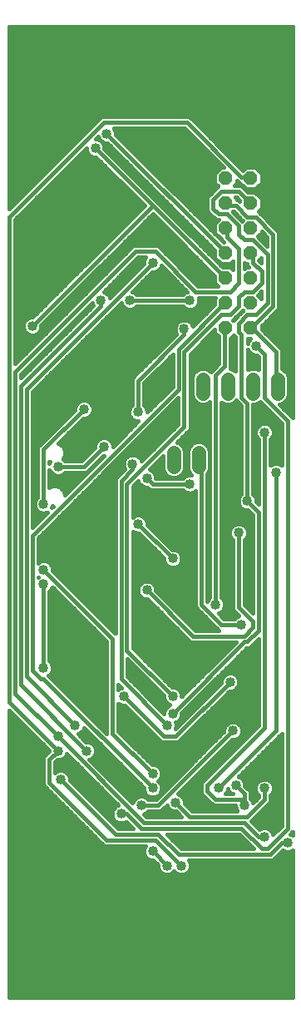
<source format=gbl>
G75*
%MOIN*%
%OFA0B0*%
%FSLAX25Y25*%
%IPPOS*%
%LPD*%
%AMOC8*
5,1,8,0,0,1.08239X$1,22.5*
%
%ADD10OC8,0.05600*%
%ADD11C,0.05600*%
%ADD12C,0.01500*%
%ADD13C,0.04000*%
%ADD14C,0.01600*%
D10*
X0093172Y0272430D03*
X0093172Y0282430D03*
X0093172Y0292430D03*
X0093172Y0302430D03*
X0093172Y0312430D03*
X0093172Y0322430D03*
X0093172Y0332430D03*
X0103172Y0332430D03*
X0103172Y0322430D03*
X0103172Y0312430D03*
X0103172Y0302430D03*
X0103172Y0292430D03*
X0103172Y0282430D03*
X0103172Y0272430D03*
D11*
X0104038Y0251962D02*
X0104038Y0246362D01*
X0114038Y0246362D02*
X0114038Y0251962D01*
X0094038Y0251962D02*
X0094038Y0246362D01*
X0084038Y0246362D02*
X0084038Y0251962D01*
X0082345Y0222395D02*
X0082345Y0216795D01*
X0072345Y0216795D02*
X0072345Y0222395D01*
D12*
X0076527Y0232950D02*
X0053527Y0209950D01*
X0053527Y0143250D01*
X0071927Y0124850D01*
X0071927Y0117950D02*
X0100677Y0146700D01*
X0101827Y0146700D01*
X0106427Y0151300D01*
X0106427Y0198450D01*
X0101827Y0203050D01*
X0101827Y0242150D01*
X0099527Y0244450D01*
X0099527Y0269750D01*
X0098377Y0270900D01*
X0098377Y0274350D01*
X0101827Y0277800D01*
X0105277Y0277800D01*
X0109877Y0282400D01*
X0109877Y0301950D01*
X0104127Y0307700D01*
X0100677Y0307700D01*
X0098377Y0310000D01*
X0098377Y0313450D01*
X0093777Y0318050D01*
X0090327Y0318050D01*
X0088027Y0320350D01*
X0088027Y0323800D01*
X0091477Y0327250D01*
X0098377Y0327250D01*
X0102977Y0322650D01*
X0103172Y0322430D01*
X0101827Y0316900D02*
X0105277Y0316900D01*
X0112177Y0310000D01*
X0112177Y0281250D01*
X0104127Y0273200D01*
X0103172Y0272430D01*
X0104127Y0272050D01*
X0113327Y0262850D01*
X0113327Y0250200D01*
X0114038Y0249162D01*
X0108727Y0244450D02*
X0117927Y0235250D01*
X0117927Y0071950D01*
X0109877Y0063900D01*
X0107577Y0063900D01*
X0099527Y0071950D01*
X0059277Y0071950D01*
X0053527Y0077700D01*
X0051227Y0077700D01*
X0048927Y0069650D02*
X0027077Y0091500D01*
X0022477Y0099550D02*
X0025927Y0103000D01*
X0006377Y0122550D01*
X0006377Y0316900D01*
X0044327Y0354850D01*
X0077677Y0354850D01*
X0099527Y0333000D01*
X0102977Y0333000D01*
X0103172Y0332430D01*
X0097227Y0321500D02*
X0101827Y0316900D01*
X0093777Y0308850D02*
X0098377Y0304250D01*
X0098377Y0290450D01*
X0094927Y0287000D01*
X0081127Y0287000D01*
X0065027Y0303100D01*
X0056977Y0303100D01*
X0008677Y0254800D01*
X0008677Y0126000D01*
X0025927Y0108750D01*
X0060427Y0074250D01*
X0100677Y0074250D01*
X0106427Y0068500D01*
X0108727Y0068500D01*
X0111027Y0061600D02*
X0074227Y0061600D01*
X0066177Y0069650D01*
X0048927Y0069650D01*
X0045477Y0067350D02*
X0022477Y0090350D01*
X0022477Y0099550D01*
X0032827Y0113350D02*
X0013277Y0132900D01*
X0013277Y0247900D01*
X0063877Y0298500D01*
X0063877Y0321500D02*
X0015577Y0273200D01*
X0010977Y0249050D02*
X0010977Y0129450D01*
X0037427Y0103000D01*
X0047777Y0109900D02*
X0063877Y0093800D01*
X0063877Y0088050D02*
X0020177Y0131750D01*
X0019027Y0131750D01*
X0015577Y0135200D01*
X0015577Y0189250D01*
X0074227Y0247900D01*
X0074227Y0264000D01*
X0092627Y0282400D01*
X0093172Y0282430D01*
X0091477Y0277800D02*
X0076527Y0262850D01*
X0076527Y0232950D01*
X0082345Y0219595D02*
X0083427Y0219150D01*
X0083427Y0161650D01*
X0091477Y0153600D01*
X0099527Y0153600D01*
X0100677Y0149000D02*
X0079977Y0149000D01*
X0061577Y0167400D01*
X0071927Y0180050D02*
X0058127Y0193850D01*
X0063877Y0209950D02*
X0061577Y0212250D01*
X0063877Y0209950D02*
X0078827Y0209950D01*
X0089177Y0253650D02*
X0089177Y0161650D01*
X0098377Y0160500D02*
X0104127Y0154750D01*
X0104127Y0152450D01*
X0100677Y0149000D01*
X0098377Y0160500D02*
X0098377Y0190400D01*
X0108727Y0230650D02*
X0108727Y0112200D01*
X0085727Y0089200D01*
X0085727Y0086900D01*
X0089177Y0083450D01*
X0100677Y0083450D01*
X0100677Y0081150D01*
X0100677Y0083450D02*
X0100677Y0085750D01*
X0097227Y0089200D01*
X0108727Y0083450D02*
X0101827Y0076550D01*
X0078827Y0076550D01*
X0073077Y0082300D01*
X0066177Y0081150D02*
X0096077Y0111050D01*
X0113327Y0111050D02*
X0090327Y0088050D01*
X0073077Y0108750D02*
X0094927Y0130600D01*
X0108727Y0088050D02*
X0108727Y0083450D01*
X0115627Y0066200D02*
X0111027Y0061600D01*
X0115627Y0066200D02*
X0117927Y0066200D01*
X0113327Y0111050D02*
X0113327Y0214550D01*
X0108727Y0244450D02*
X0108727Y0261700D01*
X0105277Y0265150D01*
X0094927Y0277800D02*
X0098377Y0281250D01*
X0098377Y0284700D01*
X0100677Y0287000D01*
X0104127Y0287000D01*
X0107577Y0290450D01*
X0107577Y0295050D01*
X0104127Y0298500D01*
X0104127Y0301950D01*
X0103172Y0302430D01*
X0097227Y0321500D02*
X0093777Y0321500D01*
X0093172Y0322430D01*
X0093172Y0312430D02*
X0093777Y0312300D01*
X0093777Y0308850D01*
X0092627Y0303100D02*
X0093172Y0302430D01*
X0092627Y0303100D02*
X0045477Y0350250D01*
X0040877Y0344500D02*
X0063877Y0321500D01*
X0092627Y0292750D01*
X0093172Y0292430D01*
X0091477Y0277800D02*
X0094927Y0277800D01*
X0093172Y0272430D02*
X0092627Y0272050D01*
X0092627Y0257100D01*
X0089177Y0253650D01*
X0078827Y0283550D02*
X0054677Y0283550D01*
X0076527Y0269750D02*
X0058127Y0251350D01*
X0058127Y0238700D01*
X0055827Y0218000D02*
X0055827Y0215700D01*
X0051227Y0211100D01*
X0051227Y0131750D01*
X0069627Y0113350D01*
X0068477Y0108750D02*
X0073077Y0108750D01*
X0068477Y0108750D02*
X0052377Y0124850D01*
X0047777Y0109900D02*
X0047777Y0147850D01*
X0020177Y0175450D01*
X0020177Y0169700D02*
X0020177Y0136350D01*
X0020177Y0201900D02*
X0020177Y0223750D01*
X0036277Y0239850D01*
X0044327Y0224900D02*
X0036277Y0216850D01*
X0025927Y0216850D01*
X0010977Y0249050D02*
X0043177Y0281250D01*
X0043177Y0283550D01*
X0076527Y0272050D02*
X0076527Y0269750D01*
X0066177Y0081150D02*
X0059277Y0081150D01*
X0065027Y0067350D02*
X0045477Y0067350D01*
X0063877Y0062750D02*
X0069627Y0057000D01*
X0075377Y0057000D02*
X0065027Y0067350D01*
D13*
X0063877Y0062750D03*
X0069627Y0057000D03*
X0075377Y0057000D03*
X0073077Y0082300D03*
X0063877Y0088050D03*
X0063877Y0093800D03*
X0059277Y0081150D03*
X0051227Y0077700D03*
X0037427Y0103000D03*
X0032827Y0113350D03*
X0027077Y0091500D03*
X0025927Y0103000D03*
X0025927Y0108750D03*
X0020177Y0136350D03*
X0020177Y0169700D03*
X0020177Y0175450D03*
X0020177Y0201900D03*
X0025927Y0216850D03*
X0036277Y0239850D03*
X0044327Y0224900D03*
X0055827Y0218000D03*
X0061577Y0212250D03*
X0058127Y0193850D03*
X0061577Y0167400D03*
X0071927Y0180050D03*
X0078827Y0209950D03*
X0089177Y0161650D03*
X0098377Y0190400D03*
X0101827Y0203050D03*
X0108727Y0230650D03*
X0113327Y0214550D03*
X0105277Y0265150D03*
X0078827Y0283550D03*
X0076527Y0272050D03*
X0063877Y0298500D03*
X0054677Y0283550D03*
X0043177Y0283550D03*
X0058127Y0238700D03*
X0040877Y0344500D03*
X0045477Y0350250D03*
X0015577Y0273200D03*
X0052377Y0124850D03*
X0069627Y0113350D03*
X0071927Y0117950D03*
X0071927Y0124850D03*
X0090327Y0088050D03*
X0096077Y0111050D03*
X0094927Y0130600D03*
X0099527Y0153600D03*
X0097227Y0089200D03*
X0100677Y0081150D03*
X0108727Y0088050D03*
X0108727Y0068500D03*
X0117927Y0066200D03*
D14*
X0006377Y0119227D02*
X0006377Y0004100D01*
X0119887Y0004100D01*
X0119887Y0063115D01*
X0118643Y0062600D01*
X0117211Y0062600D01*
X0115895Y0063145D01*
X0113377Y0060627D01*
X0112001Y0059250D01*
X0078218Y0059250D01*
X0078429Y0059039D01*
X0078977Y0057716D01*
X0078977Y0056284D01*
X0078429Y0054961D01*
X0077416Y0053948D01*
X0076093Y0053400D01*
X0074661Y0053400D01*
X0073338Y0053948D01*
X0072502Y0054784D01*
X0071666Y0053948D01*
X0070343Y0053400D01*
X0068911Y0053400D01*
X0067588Y0053948D01*
X0066575Y0054961D01*
X0066027Y0056284D01*
X0066027Y0057277D01*
X0064154Y0059150D01*
X0063161Y0059150D01*
X0061838Y0059698D01*
X0060825Y0060711D01*
X0060277Y0062034D01*
X0060277Y0063466D01*
X0060825Y0064789D01*
X0061036Y0065000D01*
X0044504Y0065000D01*
X0021504Y0088000D01*
X0020127Y0089377D01*
X0020127Y0100523D01*
X0022327Y0102723D01*
X0022327Y0103277D01*
X0006377Y0119227D01*
X0006377Y0118491D02*
X0007112Y0118491D01*
X0006377Y0116893D02*
X0008711Y0116893D01*
X0010309Y0115294D02*
X0006377Y0115294D01*
X0006377Y0113696D02*
X0011908Y0113696D01*
X0013506Y0112097D02*
X0006377Y0112097D01*
X0006377Y0110499D02*
X0015105Y0110499D01*
X0016703Y0108900D02*
X0006377Y0108900D01*
X0006377Y0107302D02*
X0018302Y0107302D01*
X0019901Y0105703D02*
X0006377Y0105703D01*
X0006377Y0104105D02*
X0021499Y0104105D01*
X0022110Y0102506D02*
X0006377Y0102506D01*
X0006377Y0100908D02*
X0020511Y0100908D01*
X0020127Y0099309D02*
X0006377Y0099309D01*
X0006377Y0097711D02*
X0020127Y0097711D01*
X0020127Y0096112D02*
X0006377Y0096112D01*
X0006377Y0094514D02*
X0020127Y0094514D01*
X0020127Y0092915D02*
X0006377Y0092915D01*
X0006377Y0091317D02*
X0020127Y0091317D01*
X0020127Y0089718D02*
X0006377Y0089718D01*
X0006377Y0088120D02*
X0021384Y0088120D01*
X0022983Y0086521D02*
X0006377Y0086521D01*
X0006377Y0084923D02*
X0024581Y0084923D01*
X0026180Y0083324D02*
X0006377Y0083324D01*
X0006377Y0081726D02*
X0027778Y0081726D01*
X0029377Y0080127D02*
X0006377Y0080127D01*
X0006377Y0078529D02*
X0030975Y0078529D01*
X0032574Y0076930D02*
X0006377Y0076930D01*
X0006377Y0075332D02*
X0034172Y0075332D01*
X0035771Y0073733D02*
X0006377Y0073733D01*
X0006377Y0072134D02*
X0037369Y0072134D01*
X0038968Y0070536D02*
X0006377Y0070536D01*
X0006377Y0068937D02*
X0040566Y0068937D01*
X0042165Y0067339D02*
X0006377Y0067339D01*
X0006377Y0065740D02*
X0043763Y0065740D01*
X0046569Y0075332D02*
X0048504Y0075332D01*
X0048175Y0075661D02*
X0049188Y0074648D01*
X0050511Y0074100D01*
X0051943Y0074100D01*
X0053259Y0074645D01*
X0055904Y0072000D01*
X0049901Y0072000D01*
X0030677Y0091223D01*
X0030677Y0092216D01*
X0030129Y0093539D01*
X0029116Y0094552D01*
X0027793Y0095100D01*
X0026361Y0095100D01*
X0025038Y0094552D01*
X0024827Y0094341D01*
X0024827Y0098577D01*
X0025651Y0099400D01*
X0026643Y0099400D01*
X0027966Y0099948D01*
X0028979Y0100961D01*
X0029393Y0101961D01*
X0050188Y0081166D01*
X0049188Y0080752D01*
X0048175Y0079739D01*
X0047627Y0078416D01*
X0047627Y0076984D01*
X0048175Y0075661D01*
X0047649Y0076930D02*
X0044971Y0076930D01*
X0043372Y0078529D02*
X0047674Y0078529D01*
X0048563Y0080127D02*
X0041773Y0080127D01*
X0040175Y0081726D02*
X0049628Y0081726D01*
X0051479Y0086521D02*
X0060614Y0086521D01*
X0060825Y0086011D02*
X0060277Y0087334D01*
X0060277Y0088327D01*
X0036293Y0112311D01*
X0035879Y0111311D01*
X0034866Y0110298D01*
X0033867Y0109884D01*
X0037151Y0106600D01*
X0038143Y0106600D01*
X0039466Y0106052D01*
X0040479Y0105039D01*
X0041027Y0103716D01*
X0041027Y0102284D01*
X0040479Y0100961D01*
X0039466Y0099948D01*
X0038467Y0099534D01*
X0055811Y0082189D01*
X0056225Y0083189D01*
X0057238Y0084202D01*
X0058561Y0084750D01*
X0059993Y0084750D01*
X0061316Y0084202D01*
X0062018Y0083500D01*
X0065204Y0083500D01*
X0092477Y0110773D01*
X0092477Y0111766D01*
X0093025Y0113089D01*
X0094038Y0114102D01*
X0095361Y0114650D01*
X0096793Y0114650D01*
X0098116Y0114102D01*
X0099129Y0113089D01*
X0099677Y0111766D01*
X0099677Y0110334D01*
X0099129Y0109011D01*
X0098116Y0107998D01*
X0096793Y0107450D01*
X0095801Y0107450D01*
X0074117Y0085766D01*
X0075116Y0085352D01*
X0076129Y0084339D01*
X0076677Y0083016D01*
X0076677Y0082023D01*
X0079801Y0078900D01*
X0097836Y0078900D01*
X0097625Y0079111D01*
X0097077Y0080434D01*
X0097077Y0081100D01*
X0088204Y0081100D01*
X0086827Y0082477D01*
X0083377Y0085927D01*
X0083377Y0090173D01*
X0084754Y0091550D01*
X0106377Y0113173D01*
X0106377Y0147927D01*
X0102801Y0144350D01*
X0101651Y0144350D01*
X0075527Y0118227D01*
X0075527Y0117234D01*
X0074979Y0115911D01*
X0073966Y0114898D01*
X0073041Y0114515D01*
X0073227Y0114066D01*
X0073227Y0112634D01*
X0072937Y0111933D01*
X0091327Y0130323D01*
X0091327Y0131316D01*
X0091875Y0132639D01*
X0092888Y0133652D01*
X0094211Y0134200D01*
X0095643Y0134200D01*
X0096966Y0133652D01*
X0097979Y0132639D01*
X0098527Y0131316D01*
X0098527Y0129884D01*
X0097979Y0128561D01*
X0096966Y0127548D01*
X0095643Y0127000D01*
X0094651Y0127000D01*
X0074051Y0106400D01*
X0067504Y0106400D01*
X0066127Y0107777D01*
X0052654Y0121250D01*
X0051661Y0121250D01*
X0050338Y0121798D01*
X0050127Y0122009D01*
X0050127Y0110873D01*
X0063601Y0097400D01*
X0064593Y0097400D01*
X0065916Y0096852D01*
X0066929Y0095839D01*
X0067477Y0094516D01*
X0067477Y0093084D01*
X0066929Y0091761D01*
X0066093Y0090925D01*
X0066929Y0090089D01*
X0067477Y0088766D01*
X0067477Y0087334D01*
X0066929Y0086011D01*
X0065916Y0084998D01*
X0064593Y0084450D01*
X0063161Y0084450D01*
X0061838Y0084998D01*
X0060825Y0086011D01*
X0062020Y0084923D02*
X0053078Y0084923D01*
X0054676Y0083324D02*
X0056360Y0083324D01*
X0058886Y0089718D02*
X0048282Y0089718D01*
X0046684Y0091317D02*
X0057287Y0091317D01*
X0055689Y0092915D02*
X0045085Y0092915D01*
X0043487Y0094514D02*
X0054090Y0094514D01*
X0052492Y0096112D02*
X0041888Y0096112D01*
X0040290Y0097711D02*
X0050893Y0097711D01*
X0049295Y0099309D02*
X0038691Y0099309D01*
X0040426Y0100908D02*
X0047696Y0100908D01*
X0046098Y0102506D02*
X0041027Y0102506D01*
X0040866Y0104105D02*
X0044499Y0104105D01*
X0042901Y0105703D02*
X0039815Y0105703D01*
X0041302Y0107302D02*
X0036449Y0107302D01*
X0034850Y0108900D02*
X0039704Y0108900D01*
X0041555Y0113696D02*
X0045427Y0113696D01*
X0045427Y0115294D02*
X0039956Y0115294D01*
X0038358Y0116893D02*
X0045427Y0116893D01*
X0045427Y0118491D02*
X0036759Y0118491D01*
X0035161Y0120090D02*
X0045427Y0120090D01*
X0045427Y0121688D02*
X0033562Y0121688D01*
X0031964Y0123287D02*
X0045427Y0123287D01*
X0045427Y0124885D02*
X0030365Y0124885D01*
X0028767Y0126484D02*
X0045427Y0126484D01*
X0045427Y0128082D02*
X0027168Y0128082D01*
X0025570Y0129681D02*
X0045427Y0129681D01*
X0045427Y0131279D02*
X0023971Y0131279D01*
X0022527Y0132723D02*
X0022030Y0133221D01*
X0022216Y0133298D01*
X0023229Y0134311D01*
X0023777Y0135634D01*
X0023777Y0137066D01*
X0023229Y0138389D01*
X0022527Y0139091D01*
X0022527Y0166959D01*
X0023229Y0167661D01*
X0023643Y0168661D01*
X0045427Y0146877D01*
X0045427Y0109823D01*
X0022527Y0132723D01*
X0022373Y0132878D02*
X0045427Y0132878D01*
X0045427Y0134476D02*
X0023298Y0134476D01*
X0023777Y0136075D02*
X0045427Y0136075D01*
X0045427Y0137673D02*
X0023526Y0137673D01*
X0022527Y0139272D02*
X0045427Y0139272D01*
X0045427Y0140870D02*
X0022527Y0140870D01*
X0022527Y0142469D02*
X0045427Y0142469D01*
X0045427Y0144068D02*
X0022527Y0144068D01*
X0022527Y0145666D02*
X0045427Y0145666D01*
X0045039Y0147265D02*
X0022527Y0147265D01*
X0022527Y0148863D02*
X0043441Y0148863D01*
X0045292Y0153659D02*
X0048877Y0153659D01*
X0048877Y0155257D02*
X0043693Y0155257D01*
X0042095Y0156856D02*
X0048877Y0156856D01*
X0048877Y0158454D02*
X0040496Y0158454D01*
X0038898Y0160053D02*
X0048877Y0160053D01*
X0048877Y0161651D02*
X0037299Y0161651D01*
X0037047Y0155257D02*
X0022527Y0155257D01*
X0022527Y0153659D02*
X0038645Y0153659D01*
X0040244Y0152060D02*
X0022527Y0152060D01*
X0022527Y0150462D02*
X0041842Y0150462D01*
X0046890Y0152060D02*
X0048877Y0152060D01*
X0048877Y0150462D02*
X0048489Y0150462D01*
X0048751Y0150200D02*
X0023777Y0175173D01*
X0023777Y0176166D01*
X0023229Y0177489D01*
X0022216Y0178502D01*
X0020893Y0179050D01*
X0019461Y0179050D01*
X0018138Y0178502D01*
X0017927Y0178291D01*
X0017927Y0188277D01*
X0074177Y0244527D01*
X0074177Y0233923D01*
X0059293Y0219039D01*
X0058879Y0220039D01*
X0057866Y0221052D01*
X0056543Y0221600D01*
X0055111Y0221600D01*
X0053788Y0221052D01*
X0052775Y0220039D01*
X0052227Y0218716D01*
X0052227Y0217284D01*
X0052772Y0215968D01*
X0050254Y0213450D01*
X0048877Y0212073D01*
X0048877Y0150073D01*
X0048751Y0150200D01*
X0053577Y0139877D02*
X0053577Y0132723D01*
X0068327Y0117973D01*
X0068327Y0118666D01*
X0068875Y0119989D01*
X0069888Y0121002D01*
X0070849Y0121400D01*
X0069888Y0121798D01*
X0068875Y0122811D01*
X0068327Y0124134D01*
X0068327Y0125127D01*
X0053577Y0139877D01*
X0053577Y0139272D02*
X0054182Y0139272D01*
X0053577Y0137673D02*
X0055780Y0137673D01*
X0057379Y0136075D02*
X0053577Y0136075D01*
X0053577Y0134476D02*
X0058977Y0134476D01*
X0060576Y0132878D02*
X0053577Y0132878D01*
X0055021Y0131279D02*
X0062174Y0131279D01*
X0063773Y0129681D02*
X0056620Y0129681D01*
X0058218Y0128082D02*
X0065371Y0128082D01*
X0065624Y0134476D02*
X0085130Y0134476D01*
X0083532Y0132878D02*
X0067223Y0132878D01*
X0068821Y0131279D02*
X0081933Y0131279D01*
X0080335Y0129681D02*
X0070420Y0129681D01*
X0071651Y0128450D02*
X0055877Y0144223D01*
X0055877Y0191009D01*
X0056088Y0190798D01*
X0057411Y0190250D01*
X0058404Y0190250D01*
X0068327Y0180327D01*
X0068327Y0179334D01*
X0068875Y0178011D01*
X0069888Y0176998D01*
X0071211Y0176450D01*
X0072643Y0176450D01*
X0073966Y0176998D01*
X0074979Y0178011D01*
X0075527Y0179334D01*
X0075527Y0180766D01*
X0074979Y0182089D01*
X0073966Y0183102D01*
X0072643Y0183650D01*
X0071651Y0183650D01*
X0061727Y0193573D01*
X0061727Y0194566D01*
X0061179Y0195889D01*
X0060166Y0196902D01*
X0058843Y0197450D01*
X0057411Y0197450D01*
X0056088Y0196902D01*
X0055877Y0196691D01*
X0055877Y0208977D01*
X0058111Y0211211D01*
X0058525Y0210211D01*
X0059538Y0209198D01*
X0060861Y0208650D01*
X0061854Y0208650D01*
X0062904Y0207600D01*
X0076086Y0207600D01*
X0076788Y0206898D01*
X0078111Y0206350D01*
X0079543Y0206350D01*
X0080866Y0206898D01*
X0081077Y0207109D01*
X0081077Y0160677D01*
X0082454Y0159300D01*
X0090404Y0151350D01*
X0080951Y0151350D01*
X0065177Y0167123D01*
X0065177Y0168116D01*
X0064629Y0169439D01*
X0063616Y0170452D01*
X0062293Y0171000D01*
X0060861Y0171000D01*
X0059538Y0170452D01*
X0058525Y0169439D01*
X0057977Y0168116D01*
X0057977Y0166684D01*
X0058525Y0165361D01*
X0059538Y0164348D01*
X0060861Y0163800D01*
X0061854Y0163800D01*
X0079004Y0146650D01*
X0097304Y0146650D01*
X0075527Y0124873D01*
X0075527Y0125566D01*
X0074979Y0126889D01*
X0073966Y0127902D01*
X0072643Y0128450D01*
X0071651Y0128450D01*
X0073531Y0128082D02*
X0078736Y0128082D01*
X0077138Y0126484D02*
X0075147Y0126484D01*
X0075527Y0124885D02*
X0075539Y0124885D01*
X0077390Y0120090D02*
X0081094Y0120090D01*
X0082692Y0121688D02*
X0078989Y0121688D01*
X0080587Y0123287D02*
X0084291Y0123287D01*
X0085889Y0124885D02*
X0082186Y0124885D01*
X0083784Y0126484D02*
X0087488Y0126484D01*
X0089086Y0128082D02*
X0085383Y0128082D01*
X0086981Y0129681D02*
X0090685Y0129681D01*
X0091327Y0131279D02*
X0088580Y0131279D01*
X0090178Y0132878D02*
X0092114Y0132878D01*
X0091777Y0134476D02*
X0106377Y0134476D01*
X0106377Y0132878D02*
X0097740Y0132878D01*
X0098527Y0131279D02*
X0106377Y0131279D01*
X0106377Y0129681D02*
X0098443Y0129681D01*
X0097501Y0128082D02*
X0106377Y0128082D01*
X0106377Y0126484D02*
X0094134Y0126484D01*
X0092536Y0124885D02*
X0106377Y0124885D01*
X0106377Y0123287D02*
X0090937Y0123287D01*
X0089339Y0121688D02*
X0106377Y0121688D01*
X0106377Y0120090D02*
X0087740Y0120090D01*
X0086142Y0118491D02*
X0106377Y0118491D01*
X0106377Y0116893D02*
X0084543Y0116893D01*
X0082945Y0115294D02*
X0106377Y0115294D01*
X0106377Y0113696D02*
X0098523Y0113696D01*
X0099540Y0112097D02*
X0105301Y0112097D01*
X0103703Y0110499D02*
X0099677Y0110499D01*
X0099019Y0108900D02*
X0102104Y0108900D01*
X0100506Y0107302D02*
X0095652Y0107302D01*
X0097308Y0104105D02*
X0092455Y0104105D01*
X0090857Y0102506D02*
X0095710Y0102506D01*
X0094111Y0100908D02*
X0089258Y0100908D01*
X0087660Y0099309D02*
X0092513Y0099309D01*
X0090914Y0097711D02*
X0086061Y0097711D01*
X0084463Y0096112D02*
X0089316Y0096112D01*
X0087717Y0094514D02*
X0082864Y0094514D01*
X0081266Y0092915D02*
X0086119Y0092915D01*
X0084520Y0091317D02*
X0079667Y0091317D01*
X0078069Y0089718D02*
X0083377Y0089718D01*
X0083377Y0088120D02*
X0076470Y0088120D01*
X0074872Y0086521D02*
X0083377Y0086521D01*
X0084381Y0084923D02*
X0075546Y0084923D01*
X0076550Y0083324D02*
X0085980Y0083324D01*
X0087578Y0081726D02*
X0076975Y0081726D01*
X0078573Y0080127D02*
X0097204Y0080127D01*
X0096028Y0085800D02*
X0093168Y0085800D01*
X0093379Y0086011D01*
X0093927Y0087334D01*
X0093927Y0087760D01*
X0094175Y0087161D01*
X0095188Y0086148D01*
X0096028Y0085800D01*
X0094815Y0086521D02*
X0093590Y0086521D01*
X0098267Y0092666D02*
X0115577Y0109977D01*
X0115577Y0072923D01*
X0112193Y0069539D01*
X0111779Y0070539D01*
X0110766Y0071552D01*
X0109443Y0072100D01*
X0108011Y0072100D01*
X0106695Y0071555D01*
X0103426Y0074825D01*
X0104177Y0075577D01*
X0111077Y0082477D01*
X0111077Y0085309D01*
X0111779Y0086011D01*
X0112327Y0087334D01*
X0112327Y0088766D01*
X0111779Y0090089D01*
X0110766Y0091102D01*
X0109443Y0091650D01*
X0108011Y0091650D01*
X0106688Y0091102D01*
X0105675Y0090089D01*
X0105127Y0088766D01*
X0105127Y0087334D01*
X0105675Y0086011D01*
X0106377Y0085309D01*
X0106377Y0084423D01*
X0104143Y0082189D01*
X0103729Y0083189D01*
X0103027Y0083891D01*
X0103027Y0086723D01*
X0100827Y0088923D01*
X0100827Y0089916D01*
X0100279Y0091239D01*
X0099266Y0092252D01*
X0098267Y0092666D01*
X0098516Y0092915D02*
X0115577Y0092915D01*
X0115577Y0091317D02*
X0110248Y0091317D01*
X0111077Y0084923D02*
X0115577Y0084923D01*
X0115577Y0086521D02*
X0111990Y0086521D01*
X0112327Y0088120D02*
X0115577Y0088120D01*
X0115577Y0089718D02*
X0111933Y0089718D01*
X0111077Y0083324D02*
X0115577Y0083324D01*
X0115577Y0081726D02*
X0110326Y0081726D01*
X0108728Y0080127D02*
X0115577Y0080127D01*
X0115577Y0078529D02*
X0107129Y0078529D01*
X0105531Y0076930D02*
X0115577Y0076930D01*
X0115577Y0075332D02*
X0103932Y0075332D01*
X0104518Y0073733D02*
X0115577Y0073733D01*
X0114788Y0072134D02*
X0106116Y0072134D01*
X0098554Y0069600D02*
X0104204Y0063950D01*
X0075201Y0063950D01*
X0069551Y0069600D01*
X0098554Y0069600D01*
X0099216Y0068937D02*
X0070213Y0068937D01*
X0071812Y0067339D02*
X0100815Y0067339D01*
X0102413Y0065740D02*
X0073410Y0065740D01*
X0075009Y0064142D02*
X0104012Y0064142D01*
X0103594Y0083324D02*
X0105278Y0083324D01*
X0106377Y0084923D02*
X0103027Y0084923D01*
X0103027Y0086521D02*
X0105464Y0086521D01*
X0105127Y0088120D02*
X0101631Y0088120D01*
X0100827Y0089718D02*
X0105522Y0089718D01*
X0107206Y0091317D02*
X0100202Y0091317D01*
X0100114Y0094514D02*
X0115577Y0094514D01*
X0115577Y0096112D02*
X0101713Y0096112D01*
X0103311Y0097711D02*
X0115577Y0097711D01*
X0115577Y0099309D02*
X0104910Y0099309D01*
X0106508Y0100908D02*
X0115577Y0100908D01*
X0115577Y0102506D02*
X0108107Y0102506D01*
X0109705Y0104105D02*
X0115577Y0104105D01*
X0115577Y0105703D02*
X0111304Y0105703D01*
X0112902Y0107302D02*
X0115577Y0107302D01*
X0115577Y0108900D02*
X0114501Y0108900D01*
X0106377Y0136075D02*
X0093376Y0136075D01*
X0094974Y0137673D02*
X0106377Y0137673D01*
X0106377Y0139272D02*
X0096573Y0139272D01*
X0094721Y0144068D02*
X0056033Y0144068D01*
X0055877Y0145666D02*
X0096320Y0145666D01*
X0093123Y0142469D02*
X0057632Y0142469D01*
X0059230Y0140870D02*
X0091524Y0140870D01*
X0089926Y0139272D02*
X0060829Y0139272D01*
X0062427Y0137673D02*
X0088327Y0137673D01*
X0086729Y0136075D02*
X0064026Y0136075D01*
X0066970Y0126484D02*
X0059817Y0126484D01*
X0061415Y0124885D02*
X0068327Y0124885D01*
X0068678Y0123287D02*
X0063014Y0123287D01*
X0064612Y0121688D02*
X0070153Y0121688D01*
X0068976Y0120090D02*
X0066211Y0120090D01*
X0067809Y0118491D02*
X0068327Y0118491D01*
X0066602Y0107302D02*
X0053699Y0107302D01*
X0052100Y0108900D02*
X0065003Y0108900D01*
X0063405Y0110499D02*
X0050502Y0110499D01*
X0050127Y0112097D02*
X0061806Y0112097D01*
X0060208Y0113696D02*
X0050127Y0113696D01*
X0050127Y0115294D02*
X0058609Y0115294D01*
X0057011Y0116893D02*
X0050127Y0116893D01*
X0050127Y0118491D02*
X0055412Y0118491D01*
X0053814Y0120090D02*
X0050127Y0120090D01*
X0050127Y0121688D02*
X0050603Y0121688D01*
X0050127Y0127691D02*
X0050127Y0129527D01*
X0051338Y0128316D01*
X0050338Y0127902D01*
X0050127Y0127691D01*
X0050127Y0128082D02*
X0050774Y0128082D01*
X0045427Y0112097D02*
X0043153Y0112097D01*
X0044752Y0110499D02*
X0045427Y0110499D01*
X0038439Y0092915D02*
X0030388Y0092915D01*
X0030677Y0091317D02*
X0040037Y0091317D01*
X0041636Y0089718D02*
X0032182Y0089718D01*
X0033781Y0088120D02*
X0043234Y0088120D01*
X0044833Y0086521D02*
X0035379Y0086521D01*
X0036978Y0084923D02*
X0046431Y0084923D01*
X0048030Y0083324D02*
X0038576Y0083324D01*
X0036840Y0094514D02*
X0029155Y0094514D01*
X0032045Y0099309D02*
X0025560Y0099309D01*
X0024827Y0097711D02*
X0033643Y0097711D01*
X0035242Y0096112D02*
X0024827Y0096112D01*
X0024827Y0094514D02*
X0025000Y0094514D01*
X0028926Y0100908D02*
X0030446Y0100908D01*
X0035067Y0110499D02*
X0038105Y0110499D01*
X0036506Y0112097D02*
X0036205Y0112097D01*
X0048168Y0073733D02*
X0054171Y0073733D01*
X0055769Y0072134D02*
X0049766Y0072134D01*
X0049881Y0088120D02*
X0060277Y0088120D01*
X0061691Y0099309D02*
X0081013Y0099309D01*
X0079414Y0097711D02*
X0063290Y0097711D01*
X0066656Y0096112D02*
X0077816Y0096112D01*
X0076217Y0094514D02*
X0067477Y0094514D01*
X0067407Y0092915D02*
X0074619Y0092915D01*
X0073020Y0091317D02*
X0066485Y0091317D01*
X0067083Y0089718D02*
X0071422Y0089718D01*
X0069823Y0088120D02*
X0067477Y0088120D01*
X0067140Y0086521D02*
X0068225Y0086521D01*
X0069611Y0081261D02*
X0070025Y0080261D01*
X0071038Y0079248D01*
X0072361Y0078700D01*
X0073354Y0078700D01*
X0075454Y0076600D01*
X0061401Y0076600D01*
X0060317Y0077684D01*
X0061316Y0078098D01*
X0062018Y0078800D01*
X0067151Y0078800D01*
X0069611Y0081261D01*
X0070159Y0080127D02*
X0068478Y0080127D01*
X0066626Y0084923D02*
X0065734Y0084923D01*
X0061747Y0078529D02*
X0073525Y0078529D01*
X0075124Y0076930D02*
X0061071Y0076930D01*
X0060557Y0064142D02*
X0006377Y0064142D01*
X0006377Y0062543D02*
X0060277Y0062543D01*
X0060728Y0060945D02*
X0006377Y0060945D01*
X0006377Y0059346D02*
X0062687Y0059346D01*
X0065556Y0057748D02*
X0006377Y0057748D01*
X0006377Y0056149D02*
X0066083Y0056149D01*
X0066985Y0054551D02*
X0006377Y0054551D01*
X0006377Y0052952D02*
X0119887Y0052952D01*
X0119887Y0051354D02*
X0006377Y0051354D01*
X0006377Y0049755D02*
X0119887Y0049755D01*
X0119887Y0048157D02*
X0006377Y0048157D01*
X0006377Y0046558D02*
X0119887Y0046558D01*
X0119887Y0044960D02*
X0006377Y0044960D01*
X0006377Y0043361D02*
X0119887Y0043361D01*
X0119887Y0041763D02*
X0006377Y0041763D01*
X0006377Y0040164D02*
X0119887Y0040164D01*
X0119887Y0038566D02*
X0006377Y0038566D01*
X0006377Y0036967D02*
X0119887Y0036967D01*
X0119887Y0035369D02*
X0006377Y0035369D01*
X0006377Y0033770D02*
X0119887Y0033770D01*
X0119887Y0032172D02*
X0006377Y0032172D01*
X0006377Y0030573D02*
X0119887Y0030573D01*
X0119887Y0028975D02*
X0006377Y0028975D01*
X0006377Y0027376D02*
X0119887Y0027376D01*
X0119887Y0025778D02*
X0006377Y0025778D01*
X0006377Y0024179D02*
X0119887Y0024179D01*
X0119887Y0022581D02*
X0006377Y0022581D01*
X0006377Y0020982D02*
X0119887Y0020982D01*
X0119887Y0019384D02*
X0006377Y0019384D01*
X0006377Y0017785D02*
X0119887Y0017785D01*
X0119887Y0016187D02*
X0006377Y0016187D01*
X0006377Y0014588D02*
X0119887Y0014588D01*
X0119887Y0012990D02*
X0006377Y0012990D01*
X0006377Y0011391D02*
X0119887Y0011391D01*
X0119887Y0009793D02*
X0006377Y0009793D01*
X0006377Y0008194D02*
X0119887Y0008194D01*
X0119887Y0006596D02*
X0006377Y0006596D01*
X0006377Y0004997D02*
X0119887Y0004997D01*
X0119887Y0054551D02*
X0078019Y0054551D01*
X0078921Y0056149D02*
X0119887Y0056149D01*
X0119887Y0057748D02*
X0078964Y0057748D01*
X0072735Y0054551D02*
X0072269Y0054551D01*
X0082611Y0100908D02*
X0060093Y0100908D01*
X0058494Y0102506D02*
X0084210Y0102506D01*
X0085809Y0104105D02*
X0056896Y0104105D01*
X0055297Y0105703D02*
X0087407Y0105703D01*
X0089006Y0107302D02*
X0074952Y0107302D01*
X0076551Y0108900D02*
X0090604Y0108900D01*
X0092203Y0110499D02*
X0078149Y0110499D01*
X0079748Y0112097D02*
X0092614Y0112097D01*
X0093632Y0113696D02*
X0081346Y0113696D01*
X0079495Y0118491D02*
X0075792Y0118491D01*
X0075386Y0116893D02*
X0077897Y0116893D01*
X0076298Y0115294D02*
X0074363Y0115294D01*
X0074700Y0113696D02*
X0073227Y0113696D01*
X0073101Y0112097D02*
X0073005Y0112097D01*
X0078389Y0147265D02*
X0055877Y0147265D01*
X0055877Y0148863D02*
X0076791Y0148863D01*
X0075192Y0150462D02*
X0055877Y0150462D01*
X0055877Y0152060D02*
X0073594Y0152060D01*
X0071995Y0153659D02*
X0055877Y0153659D01*
X0055877Y0155257D02*
X0070397Y0155257D01*
X0068798Y0156856D02*
X0055877Y0156856D01*
X0055877Y0158454D02*
X0067200Y0158454D01*
X0065601Y0160053D02*
X0055877Y0160053D01*
X0055877Y0161651D02*
X0064003Y0161651D01*
X0062404Y0163250D02*
X0055877Y0163250D01*
X0055877Y0164848D02*
X0059038Y0164848D01*
X0058075Y0166447D02*
X0055877Y0166447D01*
X0055877Y0168045D02*
X0057977Y0168045D01*
X0058730Y0169644D02*
X0055877Y0169644D01*
X0055877Y0171242D02*
X0081077Y0171242D01*
X0081077Y0169644D02*
X0064425Y0169644D01*
X0065177Y0168045D02*
X0081077Y0168045D01*
X0081077Y0166447D02*
X0065854Y0166447D01*
X0067452Y0164848D02*
X0081077Y0164848D01*
X0081077Y0163250D02*
X0069051Y0163250D01*
X0070649Y0161651D02*
X0081077Y0161651D01*
X0081701Y0160053D02*
X0072248Y0160053D01*
X0073846Y0158454D02*
X0083300Y0158454D01*
X0084898Y0156856D02*
X0075445Y0156856D01*
X0077043Y0155257D02*
X0086497Y0155257D01*
X0085777Y0162849D02*
X0085777Y0214005D01*
X0086075Y0214303D01*
X0086745Y0215920D01*
X0086745Y0223270D01*
X0086075Y0224888D01*
X0084837Y0226125D01*
X0083220Y0226795D01*
X0081470Y0226795D01*
X0079852Y0226125D01*
X0078615Y0224888D01*
X0077945Y0223270D01*
X0077945Y0215920D01*
X0078615Y0214303D01*
X0079368Y0213550D01*
X0078111Y0213550D01*
X0076788Y0213002D01*
X0076086Y0212300D01*
X0065177Y0212300D01*
X0065177Y0212966D01*
X0064629Y0214289D01*
X0063616Y0215302D01*
X0062617Y0215716D01*
X0067945Y0221044D01*
X0067945Y0215920D01*
X0068615Y0214303D01*
X0069852Y0213065D01*
X0071470Y0212395D01*
X0073220Y0212395D01*
X0074837Y0213065D01*
X0076075Y0214303D01*
X0076745Y0215920D01*
X0076745Y0223270D01*
X0076075Y0224888D01*
X0074837Y0226125D01*
X0073556Y0226656D01*
X0078877Y0231977D01*
X0078877Y0261877D01*
X0088772Y0271771D01*
X0088772Y0270607D01*
X0090277Y0269102D01*
X0090277Y0258073D01*
X0088204Y0256000D01*
X0087213Y0255009D01*
X0086530Y0255692D01*
X0084913Y0256362D01*
X0083163Y0256362D01*
X0081545Y0255692D01*
X0080308Y0254455D01*
X0079638Y0252837D01*
X0079638Y0245487D01*
X0080308Y0243870D01*
X0081545Y0242632D01*
X0083163Y0241962D01*
X0084913Y0241962D01*
X0086530Y0242632D01*
X0086827Y0242929D01*
X0086827Y0164391D01*
X0086125Y0163689D01*
X0085777Y0162849D01*
X0085777Y0163250D02*
X0085943Y0163250D01*
X0085777Y0164848D02*
X0086827Y0164848D01*
X0086827Y0166447D02*
X0085777Y0166447D01*
X0085777Y0168045D02*
X0086827Y0168045D01*
X0086827Y0169644D02*
X0085777Y0169644D01*
X0085777Y0171242D02*
X0086827Y0171242D01*
X0086827Y0172841D02*
X0085777Y0172841D01*
X0085777Y0174439D02*
X0086827Y0174439D01*
X0086827Y0176038D02*
X0085777Y0176038D01*
X0085777Y0177636D02*
X0086827Y0177636D01*
X0086827Y0179235D02*
X0085777Y0179235D01*
X0085777Y0180833D02*
X0086827Y0180833D01*
X0086827Y0182432D02*
X0085777Y0182432D01*
X0085777Y0184030D02*
X0086827Y0184030D01*
X0086827Y0185629D02*
X0085777Y0185629D01*
X0085777Y0187227D02*
X0086827Y0187227D01*
X0086827Y0188826D02*
X0085777Y0188826D01*
X0085777Y0190424D02*
X0086827Y0190424D01*
X0086827Y0192023D02*
X0085777Y0192023D01*
X0085777Y0193621D02*
X0086827Y0193621D01*
X0086827Y0195220D02*
X0085777Y0195220D01*
X0085777Y0196818D02*
X0086827Y0196818D01*
X0086827Y0198417D02*
X0085777Y0198417D01*
X0085777Y0200015D02*
X0086827Y0200015D01*
X0086827Y0201614D02*
X0085777Y0201614D01*
X0085777Y0203212D02*
X0086827Y0203212D01*
X0086827Y0204811D02*
X0085777Y0204811D01*
X0085777Y0206409D02*
X0086827Y0206409D01*
X0086827Y0208008D02*
X0085777Y0208008D01*
X0085777Y0209606D02*
X0086827Y0209606D01*
X0086827Y0211205D02*
X0085777Y0211205D01*
X0085777Y0212803D02*
X0086827Y0212803D01*
X0086827Y0214402D02*
X0086116Y0214402D01*
X0086745Y0216001D02*
X0086827Y0216001D01*
X0086827Y0217599D02*
X0086745Y0217599D01*
X0086745Y0219198D02*
X0086827Y0219198D01*
X0086827Y0220796D02*
X0086745Y0220796D01*
X0086745Y0222395D02*
X0086827Y0222395D01*
X0086827Y0223993D02*
X0086446Y0223993D01*
X0086827Y0225592D02*
X0085371Y0225592D01*
X0086827Y0227190D02*
X0074091Y0227190D01*
X0075371Y0225592D02*
X0079319Y0225592D01*
X0078244Y0223993D02*
X0076446Y0223993D01*
X0076745Y0222395D02*
X0077945Y0222395D01*
X0077945Y0220796D02*
X0076745Y0220796D01*
X0076745Y0219198D02*
X0077945Y0219198D01*
X0077945Y0217599D02*
X0076745Y0217599D01*
X0076745Y0216001D02*
X0077945Y0216001D01*
X0078574Y0214402D02*
X0076116Y0214402D01*
X0076589Y0212803D02*
X0074206Y0212803D01*
X0070484Y0212803D02*
X0065177Y0212803D01*
X0064516Y0214402D02*
X0068574Y0214402D01*
X0067945Y0216001D02*
X0062901Y0216001D01*
X0061050Y0220796D02*
X0058122Y0220796D01*
X0059228Y0219198D02*
X0059451Y0219198D01*
X0058113Y0211205D02*
X0058106Y0211205D01*
X0059130Y0209606D02*
X0056507Y0209606D01*
X0055877Y0208008D02*
X0062496Y0208008D01*
X0064500Y0217599D02*
X0067945Y0217599D01*
X0067945Y0219198D02*
X0066098Y0219198D01*
X0067697Y0220796D02*
X0067945Y0220796D01*
X0065845Y0225592D02*
X0055242Y0225592D01*
X0056841Y0227190D02*
X0067444Y0227190D01*
X0069042Y0228789D02*
X0058439Y0228789D01*
X0060038Y0230387D02*
X0070641Y0230387D01*
X0072239Y0231986D02*
X0061636Y0231986D01*
X0063235Y0233584D02*
X0073838Y0233584D01*
X0074177Y0235183D02*
X0064833Y0235183D01*
X0066432Y0236781D02*
X0074177Y0236781D01*
X0074177Y0238380D02*
X0068030Y0238380D01*
X0069629Y0239978D02*
X0074177Y0239978D01*
X0074177Y0241577D02*
X0071227Y0241577D01*
X0072826Y0243175D02*
X0074177Y0243175D01*
X0070975Y0247971D02*
X0060477Y0247971D01*
X0060477Y0249569D02*
X0071877Y0249569D01*
X0071877Y0248873D02*
X0061727Y0238723D01*
X0061727Y0239416D01*
X0061179Y0240739D01*
X0060477Y0241441D01*
X0060477Y0250377D01*
X0071877Y0261777D01*
X0071877Y0248873D01*
X0071877Y0251168D02*
X0061268Y0251168D01*
X0062867Y0252766D02*
X0071877Y0252766D01*
X0071877Y0254365D02*
X0064465Y0254365D01*
X0062614Y0259160D02*
X0027861Y0259160D01*
X0026262Y0257562D02*
X0061016Y0257562D01*
X0059417Y0255963D02*
X0024664Y0255963D01*
X0023065Y0254365D02*
X0057819Y0254365D01*
X0057154Y0253700D02*
X0055777Y0252323D01*
X0055777Y0241441D01*
X0055075Y0240739D01*
X0054527Y0239416D01*
X0054527Y0237984D01*
X0055075Y0236661D01*
X0056088Y0235648D01*
X0057411Y0235100D01*
X0058104Y0235100D01*
X0047927Y0224923D01*
X0047927Y0225616D01*
X0047379Y0226939D01*
X0046366Y0227952D01*
X0045043Y0228500D01*
X0043611Y0228500D01*
X0042288Y0227952D01*
X0041275Y0226939D01*
X0040727Y0225616D01*
X0040727Y0224623D01*
X0035304Y0219200D01*
X0028668Y0219200D01*
X0027966Y0219902D01*
X0027918Y0219922D01*
X0028080Y0220084D01*
X0028700Y0221581D01*
X0028700Y0223200D01*
X0028080Y0224697D01*
X0026935Y0225842D01*
X0025986Y0226235D01*
X0036001Y0236250D01*
X0036993Y0236250D01*
X0038316Y0236798D01*
X0039329Y0237811D01*
X0039877Y0239134D01*
X0039877Y0240566D01*
X0039329Y0241889D01*
X0038316Y0242902D01*
X0036993Y0243450D01*
X0035561Y0243450D01*
X0034238Y0242902D01*
X0033225Y0241889D01*
X0032677Y0240566D01*
X0032677Y0239573D01*
X0019204Y0226100D01*
X0017827Y0224723D01*
X0017827Y0204641D01*
X0017125Y0203939D01*
X0016577Y0202616D01*
X0016577Y0201184D01*
X0017125Y0199861D01*
X0018138Y0198848D01*
X0019461Y0198300D01*
X0020893Y0198300D01*
X0021594Y0198590D01*
X0015627Y0192623D01*
X0015627Y0246927D01*
X0051211Y0282511D01*
X0051625Y0281511D01*
X0052638Y0280498D01*
X0053961Y0279950D01*
X0055393Y0279950D01*
X0056716Y0280498D01*
X0057418Y0281200D01*
X0076086Y0281200D01*
X0076788Y0280498D01*
X0078111Y0279950D01*
X0079543Y0279950D01*
X0080866Y0280498D01*
X0081879Y0281511D01*
X0082427Y0282834D01*
X0082427Y0284266D01*
X0082268Y0284650D01*
X0089169Y0284650D01*
X0088772Y0284252D01*
X0088772Y0281868D01*
X0079993Y0273089D01*
X0079579Y0274089D01*
X0078566Y0275102D01*
X0077243Y0275650D01*
X0075811Y0275650D01*
X0074488Y0275102D01*
X0073475Y0274089D01*
X0072927Y0272766D01*
X0072927Y0271334D01*
X0073472Y0270018D01*
X0057154Y0253700D01*
X0056220Y0252766D02*
X0021467Y0252766D01*
X0019868Y0251168D02*
X0055777Y0251168D01*
X0055777Y0249569D02*
X0018270Y0249569D01*
X0016671Y0247971D02*
X0055777Y0247971D01*
X0055777Y0246372D02*
X0015627Y0246372D01*
X0015627Y0244774D02*
X0055777Y0244774D01*
X0055777Y0243175D02*
X0037657Y0243175D01*
X0039459Y0241577D02*
X0055777Y0241577D01*
X0054760Y0239978D02*
X0039877Y0239978D01*
X0039565Y0238380D02*
X0054527Y0238380D01*
X0055025Y0236781D02*
X0038276Y0236781D01*
X0034933Y0235183D02*
X0057212Y0235183D01*
X0056588Y0233584D02*
X0033335Y0233584D01*
X0031736Y0231986D02*
X0054989Y0231986D01*
X0053391Y0230387D02*
X0030138Y0230387D01*
X0028539Y0228789D02*
X0051792Y0228789D01*
X0050194Y0227190D02*
X0047128Y0227190D01*
X0047927Y0225592D02*
X0048595Y0225592D01*
X0050447Y0220796D02*
X0053532Y0220796D01*
X0052427Y0219198D02*
X0048848Y0219198D01*
X0047250Y0217599D02*
X0052227Y0217599D01*
X0052759Y0216001D02*
X0045651Y0216001D01*
X0044053Y0214402D02*
X0051206Y0214402D01*
X0049607Y0212803D02*
X0042454Y0212803D01*
X0040856Y0211205D02*
X0048877Y0211205D01*
X0048877Y0209606D02*
X0039257Y0209606D01*
X0037659Y0208008D02*
X0048877Y0208008D01*
X0048877Y0206409D02*
X0036060Y0206409D01*
X0034461Y0204811D02*
X0048877Y0204811D01*
X0048877Y0203212D02*
X0032863Y0203212D01*
X0031264Y0201614D02*
X0048877Y0201614D01*
X0048877Y0200015D02*
X0029666Y0200015D01*
X0028067Y0198417D02*
X0048877Y0198417D01*
X0048877Y0196818D02*
X0026469Y0196818D01*
X0024870Y0195220D02*
X0048877Y0195220D01*
X0048877Y0193621D02*
X0023272Y0193621D01*
X0021673Y0192023D02*
X0048877Y0192023D01*
X0048877Y0190424D02*
X0020075Y0190424D01*
X0018476Y0188826D02*
X0048877Y0188826D01*
X0048877Y0187227D02*
X0017927Y0187227D01*
X0017927Y0185629D02*
X0048877Y0185629D01*
X0048877Y0184030D02*
X0017927Y0184030D01*
X0017927Y0182432D02*
X0048877Y0182432D01*
X0048877Y0180833D02*
X0017927Y0180833D01*
X0017927Y0179235D02*
X0048877Y0179235D01*
X0048877Y0177636D02*
X0023082Y0177636D01*
X0023777Y0176038D02*
X0048877Y0176038D01*
X0048877Y0174439D02*
X0024511Y0174439D01*
X0024259Y0168045D02*
X0023388Y0168045D01*
X0022527Y0166447D02*
X0025857Y0166447D01*
X0027456Y0164848D02*
X0022527Y0164848D01*
X0022527Y0163250D02*
X0029054Y0163250D01*
X0030653Y0161651D02*
X0022527Y0161651D01*
X0022527Y0160053D02*
X0032251Y0160053D01*
X0033850Y0158454D02*
X0022527Y0158454D01*
X0022527Y0156856D02*
X0035448Y0156856D01*
X0035701Y0163250D02*
X0048877Y0163250D01*
X0048877Y0164848D02*
X0034102Y0164848D01*
X0032504Y0166447D02*
X0048877Y0166447D01*
X0048877Y0168045D02*
X0030905Y0168045D01*
X0029307Y0169644D02*
X0048877Y0169644D01*
X0048877Y0171242D02*
X0027708Y0171242D01*
X0026110Y0172841D02*
X0048877Y0172841D01*
X0055877Y0172841D02*
X0081077Y0172841D01*
X0081077Y0174439D02*
X0055877Y0174439D01*
X0055877Y0176038D02*
X0081077Y0176038D01*
X0081077Y0177636D02*
X0074605Y0177636D01*
X0075486Y0179235D02*
X0081077Y0179235D01*
X0081077Y0180833D02*
X0075499Y0180833D01*
X0074637Y0182432D02*
X0081077Y0182432D01*
X0081077Y0184030D02*
X0071270Y0184030D01*
X0069672Y0185629D02*
X0081077Y0185629D01*
X0081077Y0187227D02*
X0068073Y0187227D01*
X0066475Y0188826D02*
X0081077Y0188826D01*
X0081077Y0190424D02*
X0064876Y0190424D01*
X0063278Y0192023D02*
X0081077Y0192023D01*
X0081077Y0193621D02*
X0061727Y0193621D01*
X0061456Y0195220D02*
X0081077Y0195220D01*
X0081077Y0196818D02*
X0060250Y0196818D01*
X0059828Y0188826D02*
X0055877Y0188826D01*
X0055877Y0190424D02*
X0056990Y0190424D01*
X0055877Y0187227D02*
X0061426Y0187227D01*
X0063025Y0185629D02*
X0055877Y0185629D01*
X0055877Y0184030D02*
X0064623Y0184030D01*
X0066222Y0182432D02*
X0055877Y0182432D01*
X0055877Y0180833D02*
X0067820Y0180833D01*
X0068368Y0179235D02*
X0055877Y0179235D01*
X0055877Y0177636D02*
X0069250Y0177636D01*
X0077968Y0206409D02*
X0055877Y0206409D01*
X0055877Y0204811D02*
X0081077Y0204811D01*
X0081077Y0206409D02*
X0079687Y0206409D01*
X0081077Y0203212D02*
X0055877Y0203212D01*
X0055877Y0201614D02*
X0081077Y0201614D01*
X0081077Y0200015D02*
X0055877Y0200015D01*
X0055877Y0198417D02*
X0081077Y0198417D01*
X0091527Y0198417D02*
X0103137Y0198417D01*
X0104077Y0197477D02*
X0104077Y0158123D01*
X0100727Y0161473D01*
X0100727Y0187659D01*
X0101429Y0188361D01*
X0101977Y0189684D01*
X0101977Y0191116D01*
X0101429Y0192439D01*
X0100416Y0193452D01*
X0099093Y0194000D01*
X0097661Y0194000D01*
X0096338Y0193452D01*
X0095325Y0192439D01*
X0094777Y0191116D01*
X0094777Y0189684D01*
X0095325Y0188361D01*
X0096027Y0187659D01*
X0096027Y0159527D01*
X0098488Y0157066D01*
X0097488Y0156652D01*
X0096786Y0155950D01*
X0092451Y0155950D01*
X0090217Y0158184D01*
X0091216Y0158598D01*
X0092229Y0159611D01*
X0092777Y0160934D01*
X0092777Y0162366D01*
X0092229Y0163689D01*
X0091527Y0164391D01*
X0091527Y0242650D01*
X0091545Y0242632D01*
X0093163Y0241962D01*
X0094913Y0241962D01*
X0096530Y0242632D01*
X0097276Y0243378D01*
X0098554Y0242100D01*
X0099477Y0241177D01*
X0099477Y0205791D01*
X0098775Y0205089D01*
X0098227Y0203766D01*
X0098227Y0202334D01*
X0098775Y0201011D01*
X0099788Y0199998D01*
X0101111Y0199450D01*
X0102104Y0199450D01*
X0104077Y0197477D01*
X0104077Y0196818D02*
X0091527Y0196818D01*
X0091527Y0195220D02*
X0104077Y0195220D01*
X0104077Y0193621D02*
X0100007Y0193621D01*
X0101602Y0192023D02*
X0104077Y0192023D01*
X0104077Y0190424D02*
X0101977Y0190424D01*
X0101622Y0188826D02*
X0104077Y0188826D01*
X0104077Y0187227D02*
X0100727Y0187227D01*
X0100727Y0185629D02*
X0104077Y0185629D01*
X0104077Y0184030D02*
X0100727Y0184030D01*
X0100727Y0182432D02*
X0104077Y0182432D01*
X0104077Y0180833D02*
X0100727Y0180833D01*
X0100727Y0179235D02*
X0104077Y0179235D01*
X0104077Y0177636D02*
X0100727Y0177636D01*
X0100727Y0176038D02*
X0104077Y0176038D01*
X0104077Y0174439D02*
X0100727Y0174439D01*
X0100727Y0172841D02*
X0104077Y0172841D01*
X0104077Y0171242D02*
X0100727Y0171242D01*
X0100727Y0169644D02*
X0104077Y0169644D01*
X0104077Y0168045D02*
X0100727Y0168045D01*
X0100727Y0166447D02*
X0104077Y0166447D01*
X0104077Y0164848D02*
X0100727Y0164848D01*
X0100727Y0163250D02*
X0104077Y0163250D01*
X0104077Y0161651D02*
X0100727Y0161651D01*
X0102148Y0160053D02*
X0104077Y0160053D01*
X0104077Y0158454D02*
X0103746Y0158454D01*
X0105715Y0147265D02*
X0106377Y0147265D01*
X0106377Y0145666D02*
X0104117Y0145666D01*
X0106377Y0144068D02*
X0101368Y0144068D01*
X0099770Y0142469D02*
X0106377Y0142469D01*
X0106377Y0140870D02*
X0098171Y0140870D01*
X0097980Y0156856D02*
X0091545Y0156856D01*
X0090869Y0158454D02*
X0097100Y0158454D01*
X0096027Y0160053D02*
X0092412Y0160053D01*
X0092777Y0161651D02*
X0096027Y0161651D01*
X0096027Y0163250D02*
X0092411Y0163250D01*
X0091527Y0164848D02*
X0096027Y0164848D01*
X0096027Y0166447D02*
X0091527Y0166447D01*
X0091527Y0168045D02*
X0096027Y0168045D01*
X0096027Y0169644D02*
X0091527Y0169644D01*
X0091527Y0171242D02*
X0096027Y0171242D01*
X0096027Y0172841D02*
X0091527Y0172841D01*
X0091527Y0174439D02*
X0096027Y0174439D01*
X0096027Y0176038D02*
X0091527Y0176038D01*
X0091527Y0177636D02*
X0096027Y0177636D01*
X0096027Y0179235D02*
X0091527Y0179235D01*
X0091527Y0180833D02*
X0096027Y0180833D01*
X0096027Y0182432D02*
X0091527Y0182432D01*
X0091527Y0184030D02*
X0096027Y0184030D01*
X0096027Y0185629D02*
X0091527Y0185629D01*
X0091527Y0187227D02*
X0096027Y0187227D01*
X0095133Y0188826D02*
X0091527Y0188826D01*
X0091527Y0190424D02*
X0094777Y0190424D01*
X0095153Y0192023D02*
X0091527Y0192023D01*
X0091527Y0193621D02*
X0096747Y0193621D01*
X0099771Y0200015D02*
X0091527Y0200015D01*
X0091527Y0201614D02*
X0098525Y0201614D01*
X0098227Y0203212D02*
X0091527Y0203212D01*
X0091527Y0204811D02*
X0098660Y0204811D01*
X0099477Y0206409D02*
X0091527Y0206409D01*
X0091527Y0208008D02*
X0099477Y0208008D01*
X0099477Y0209606D02*
X0091527Y0209606D01*
X0091527Y0211205D02*
X0099477Y0211205D01*
X0099477Y0212803D02*
X0091527Y0212803D01*
X0091527Y0214402D02*
X0099477Y0214402D01*
X0099477Y0216001D02*
X0091527Y0216001D01*
X0091527Y0217599D02*
X0099477Y0217599D01*
X0099477Y0219198D02*
X0091527Y0219198D01*
X0091527Y0220796D02*
X0099477Y0220796D01*
X0099477Y0222395D02*
X0091527Y0222395D01*
X0091527Y0223993D02*
X0099477Y0223993D01*
X0099477Y0225592D02*
X0091527Y0225592D01*
X0091527Y0227190D02*
X0099477Y0227190D01*
X0099477Y0228789D02*
X0091527Y0228789D01*
X0091527Y0230387D02*
X0099477Y0230387D01*
X0099477Y0231986D02*
X0091527Y0231986D01*
X0091527Y0233584D02*
X0099477Y0233584D01*
X0099477Y0235183D02*
X0091527Y0235183D01*
X0091527Y0236781D02*
X0099477Y0236781D01*
X0099477Y0238380D02*
X0091527Y0238380D01*
X0091527Y0239978D02*
X0099477Y0239978D01*
X0099077Y0241577D02*
X0091527Y0241577D01*
X0086827Y0241577D02*
X0078877Y0241577D01*
X0078877Y0243175D02*
X0081002Y0243175D01*
X0079933Y0244774D02*
X0078877Y0244774D01*
X0078877Y0246372D02*
X0079638Y0246372D01*
X0079638Y0247971D02*
X0078877Y0247971D01*
X0078877Y0249569D02*
X0079638Y0249569D01*
X0079638Y0251168D02*
X0078877Y0251168D01*
X0078877Y0252766D02*
X0079638Y0252766D01*
X0080270Y0254365D02*
X0078877Y0254365D01*
X0078877Y0255963D02*
X0082200Y0255963D01*
X0079358Y0262357D02*
X0090277Y0262357D01*
X0090277Y0260759D02*
X0078877Y0260759D01*
X0078877Y0259160D02*
X0090277Y0259160D01*
X0089766Y0257562D02*
X0078877Y0257562D01*
X0080956Y0263956D02*
X0090277Y0263956D01*
X0090277Y0265554D02*
X0082555Y0265554D01*
X0084153Y0267153D02*
X0090277Y0267153D01*
X0090277Y0268751D02*
X0085752Y0268751D01*
X0087350Y0270350D02*
X0089029Y0270350D01*
X0086845Y0279941D02*
X0048642Y0279941D01*
X0050240Y0281539D02*
X0051613Y0281539D01*
X0048389Y0286335D02*
X0045483Y0286335D01*
X0045216Y0286602D02*
X0044217Y0287016D01*
X0057951Y0300750D01*
X0061036Y0300750D01*
X0060825Y0300539D01*
X0060277Y0299216D01*
X0060277Y0298223D01*
X0046643Y0284589D01*
X0046229Y0285589D01*
X0045216Y0286602D01*
X0045134Y0287934D02*
X0049987Y0287934D01*
X0051586Y0289532D02*
X0046733Y0289532D01*
X0048331Y0291131D02*
X0053184Y0291131D01*
X0051528Y0294328D02*
X0056381Y0294328D01*
X0057980Y0295926D02*
X0053127Y0295926D01*
X0051275Y0300722D02*
X0046422Y0300722D01*
X0048021Y0302320D02*
X0052874Y0302320D01*
X0054472Y0303919D02*
X0049619Y0303919D01*
X0051218Y0305517D02*
X0076537Y0305517D01*
X0074938Y0307116D02*
X0052816Y0307116D01*
X0054415Y0308714D02*
X0073340Y0308714D01*
X0075191Y0313510D02*
X0078894Y0313510D01*
X0077296Y0315108D02*
X0073592Y0315108D01*
X0071994Y0316707D02*
X0075697Y0316707D01*
X0076789Y0311911D02*
X0080493Y0311911D01*
X0082091Y0310313D02*
X0078388Y0310313D01*
X0079986Y0308714D02*
X0083690Y0308714D01*
X0085288Y0307116D02*
X0081585Y0307116D01*
X0079734Y0302320D02*
X0069130Y0302320D01*
X0067532Y0303919D02*
X0078135Y0303919D01*
X0081332Y0300722D02*
X0070729Y0300722D01*
X0072327Y0299123D02*
X0082931Y0299123D01*
X0083183Y0305517D02*
X0086887Y0305517D01*
X0088485Y0303919D02*
X0084782Y0303919D01*
X0086380Y0302320D02*
X0088772Y0302320D01*
X0088772Y0303632D02*
X0088772Y0300607D01*
X0091349Y0298030D01*
X0094994Y0298030D01*
X0096027Y0299063D01*
X0096027Y0295797D01*
X0094994Y0296830D01*
X0091871Y0296830D01*
X0064851Y0323850D01*
X0064851Y0323850D01*
X0044477Y0344223D01*
X0044477Y0345216D01*
X0043929Y0346539D01*
X0042916Y0347552D01*
X0041593Y0348100D01*
X0040901Y0348100D01*
X0042011Y0349211D01*
X0042425Y0348211D01*
X0043438Y0347198D01*
X0044761Y0346650D01*
X0045754Y0346650D01*
X0088772Y0303632D01*
X0088772Y0300722D02*
X0087979Y0300722D01*
X0086128Y0295926D02*
X0075524Y0295926D01*
X0073926Y0297525D02*
X0084529Y0297525D01*
X0087726Y0294328D02*
X0077123Y0294328D01*
X0078721Y0292729D02*
X0088772Y0292729D01*
X0088772Y0293282D02*
X0088772Y0290607D01*
X0090029Y0289350D01*
X0082101Y0289350D01*
X0067377Y0304073D01*
X0066001Y0305450D01*
X0056004Y0305450D01*
X0008727Y0258173D01*
X0008727Y0315927D01*
X0037277Y0344477D01*
X0037277Y0343784D01*
X0037825Y0342461D01*
X0038838Y0341448D01*
X0040161Y0340900D01*
X0041154Y0340900D01*
X0060554Y0321500D01*
X0015854Y0276800D01*
X0014861Y0276800D01*
X0013538Y0276252D01*
X0012525Y0275239D01*
X0011977Y0273916D01*
X0011977Y0272484D01*
X0012525Y0271161D01*
X0013538Y0270148D01*
X0014861Y0269600D01*
X0016293Y0269600D01*
X0017616Y0270148D01*
X0018629Y0271161D01*
X0019177Y0272484D01*
X0019177Y0273477D01*
X0063877Y0318177D01*
X0088772Y0293282D01*
X0088772Y0291131D02*
X0080320Y0291131D01*
X0081919Y0289532D02*
X0089847Y0289532D01*
X0088772Y0283138D02*
X0082427Y0283138D01*
X0081891Y0281539D02*
X0088443Y0281539D01*
X0085246Y0278342D02*
X0047043Y0278342D01*
X0045445Y0276744D02*
X0083648Y0276744D01*
X0082049Y0275145D02*
X0078461Y0275145D01*
X0079804Y0273547D02*
X0080451Y0273547D01*
X0076086Y0285900D02*
X0057418Y0285900D01*
X0056716Y0286602D01*
X0055717Y0287016D01*
X0063601Y0294900D01*
X0064593Y0294900D01*
X0065916Y0295448D01*
X0066929Y0296461D01*
X0067343Y0297461D01*
X0077788Y0287016D01*
X0076788Y0286602D01*
X0076086Y0285900D01*
X0076521Y0286335D02*
X0056983Y0286335D01*
X0056634Y0287934D02*
X0076870Y0287934D01*
X0075272Y0289532D02*
X0058233Y0289532D01*
X0059831Y0291131D02*
X0073673Y0291131D01*
X0072075Y0292729D02*
X0061430Y0292729D01*
X0063028Y0294328D02*
X0070476Y0294328D01*
X0068878Y0295926D02*
X0066394Y0295926D01*
X0061008Y0300722D02*
X0057922Y0300722D01*
X0056324Y0299123D02*
X0060277Y0299123D01*
X0059578Y0297525D02*
X0054725Y0297525D01*
X0054783Y0292729D02*
X0049930Y0292729D01*
X0048078Y0297525D02*
X0043225Y0297525D01*
X0041627Y0295926D02*
X0046480Y0295926D01*
X0044881Y0294328D02*
X0040028Y0294328D01*
X0041684Y0291131D02*
X0036831Y0291131D01*
X0038430Y0292729D02*
X0043283Y0292729D01*
X0040086Y0289532D02*
X0035233Y0289532D01*
X0033634Y0287934D02*
X0038487Y0287934D01*
X0039711Y0282511D02*
X0011027Y0253827D01*
X0011027Y0252423D01*
X0040122Y0281518D01*
X0039711Y0282511D01*
X0040113Y0281539D02*
X0038740Y0281539D01*
X0038545Y0279941D02*
X0037142Y0279941D01*
X0036946Y0278342D02*
X0035543Y0278342D01*
X0035348Y0276744D02*
X0033945Y0276744D01*
X0033749Y0275145D02*
X0032346Y0275145D01*
X0032151Y0273547D02*
X0030747Y0273547D01*
X0030552Y0271948D02*
X0029149Y0271948D01*
X0028954Y0270350D02*
X0027550Y0270350D01*
X0027355Y0268751D02*
X0025952Y0268751D01*
X0025757Y0267153D02*
X0024353Y0267153D01*
X0024158Y0265554D02*
X0022755Y0265554D01*
X0022560Y0263956D02*
X0021156Y0263956D01*
X0020961Y0262357D02*
X0019558Y0262357D01*
X0019363Y0260759D02*
X0017959Y0260759D01*
X0017764Y0259160D02*
X0016361Y0259160D01*
X0016166Y0257562D02*
X0014762Y0257562D01*
X0014567Y0255963D02*
X0013164Y0255963D01*
X0012969Y0254365D02*
X0011565Y0254365D01*
X0011370Y0252766D02*
X0011027Y0252766D01*
X0009714Y0259160D02*
X0008727Y0259160D01*
X0008727Y0260759D02*
X0011313Y0260759D01*
X0012911Y0262357D02*
X0008727Y0262357D01*
X0008727Y0263956D02*
X0014510Y0263956D01*
X0016108Y0265554D02*
X0008727Y0265554D01*
X0008727Y0267153D02*
X0017707Y0267153D01*
X0019305Y0268751D02*
X0008727Y0268751D01*
X0008727Y0270350D02*
X0013336Y0270350D01*
X0012199Y0271948D02*
X0008727Y0271948D01*
X0008727Y0273547D02*
X0011977Y0273547D01*
X0012486Y0275145D02*
X0008727Y0275145D01*
X0008727Y0276744D02*
X0014726Y0276744D01*
X0017396Y0278342D02*
X0008727Y0278342D01*
X0008727Y0279941D02*
X0018995Y0279941D01*
X0020593Y0281539D02*
X0008727Y0281539D01*
X0008727Y0283138D02*
X0022192Y0283138D01*
X0023790Y0284737D02*
X0008727Y0284737D01*
X0008727Y0286335D02*
X0025389Y0286335D01*
X0026987Y0287934D02*
X0008727Y0287934D01*
X0008727Y0289532D02*
X0028586Y0289532D01*
X0030184Y0291131D02*
X0008727Y0291131D01*
X0008727Y0292729D02*
X0031783Y0292729D01*
X0033381Y0294328D02*
X0008727Y0294328D01*
X0008727Y0295926D02*
X0034980Y0295926D01*
X0036578Y0297525D02*
X0008727Y0297525D01*
X0008727Y0299123D02*
X0038177Y0299123D01*
X0039775Y0300722D02*
X0008727Y0300722D01*
X0008727Y0302320D02*
X0041374Y0302320D01*
X0042972Y0303919D02*
X0008727Y0303919D01*
X0008727Y0305517D02*
X0044571Y0305517D01*
X0044824Y0299123D02*
X0049677Y0299123D01*
X0047768Y0308714D02*
X0008727Y0308714D01*
X0008727Y0307116D02*
X0046169Y0307116D01*
X0049366Y0310313D02*
X0008727Y0310313D01*
X0008727Y0311911D02*
X0050965Y0311911D01*
X0052563Y0313510D02*
X0008727Y0313510D01*
X0008727Y0315108D02*
X0054162Y0315108D01*
X0055761Y0316707D02*
X0009507Y0316707D01*
X0011106Y0318305D02*
X0057359Y0318305D01*
X0058958Y0319904D02*
X0012704Y0319904D01*
X0014303Y0321502D02*
X0060552Y0321502D01*
X0058953Y0323101D02*
X0015901Y0323101D01*
X0014050Y0327896D02*
X0006377Y0327896D01*
X0006377Y0326298D02*
X0012452Y0326298D01*
X0010853Y0324699D02*
X0006377Y0324699D01*
X0006377Y0323101D02*
X0009255Y0323101D01*
X0007656Y0321502D02*
X0006377Y0321502D01*
X0006377Y0320223D02*
X0006377Y0393201D01*
X0119887Y0393201D01*
X0119887Y0236613D01*
X0114538Y0241962D01*
X0114913Y0241962D01*
X0116530Y0242632D01*
X0117768Y0243870D01*
X0118438Y0245487D01*
X0118438Y0252837D01*
X0117768Y0254455D01*
X0116530Y0255692D01*
X0115677Y0256046D01*
X0115677Y0263823D01*
X0107572Y0271929D01*
X0107572Y0273321D01*
X0114527Y0280277D01*
X0114527Y0310973D01*
X0113151Y0312350D01*
X0106251Y0319250D01*
X0106214Y0319250D01*
X0107572Y0320607D01*
X0107572Y0324252D01*
X0104994Y0326830D01*
X0102121Y0326830D01*
X0099351Y0329600D01*
X0096564Y0329600D01*
X0097572Y0330607D01*
X0097572Y0331632D01*
X0098554Y0330650D01*
X0098772Y0330650D01*
X0098772Y0330607D01*
X0101349Y0328030D01*
X0104994Y0328030D01*
X0107572Y0330607D01*
X0107572Y0334252D01*
X0104994Y0336830D01*
X0101349Y0336830D01*
X0100185Y0335666D01*
X0080027Y0355823D01*
X0078651Y0357200D01*
X0043354Y0357200D01*
X0006377Y0320223D01*
X0006377Y0329495D02*
X0015649Y0329495D01*
X0017247Y0331093D02*
X0006377Y0331093D01*
X0006377Y0332692D02*
X0018846Y0332692D01*
X0020444Y0334290D02*
X0006377Y0334290D01*
X0006377Y0335889D02*
X0022043Y0335889D01*
X0023641Y0337487D02*
X0006377Y0337487D01*
X0006377Y0339086D02*
X0025240Y0339086D01*
X0026838Y0340684D02*
X0006377Y0340684D01*
X0006377Y0342283D02*
X0028437Y0342283D01*
X0030035Y0343881D02*
X0006377Y0343881D01*
X0006377Y0345480D02*
X0031634Y0345480D01*
X0033232Y0347078D02*
X0006377Y0347078D01*
X0006377Y0348677D02*
X0034831Y0348677D01*
X0036429Y0350275D02*
X0006377Y0350275D01*
X0006377Y0351874D02*
X0038028Y0351874D01*
X0039626Y0353472D02*
X0006377Y0353472D01*
X0006377Y0355071D02*
X0041225Y0355071D01*
X0042823Y0356670D02*
X0006377Y0356670D01*
X0006377Y0358268D02*
X0119887Y0358268D01*
X0119887Y0356670D02*
X0079181Y0356670D01*
X0077330Y0351874D02*
X0048701Y0351874D01*
X0048529Y0352289D02*
X0048318Y0352500D01*
X0076704Y0352500D01*
X0092374Y0336830D01*
X0091349Y0336830D01*
X0088772Y0334252D01*
X0088772Y0330607D01*
X0090141Y0329238D01*
X0089127Y0328223D01*
X0085677Y0324773D01*
X0085677Y0319377D01*
X0087054Y0318000D01*
X0089354Y0315700D01*
X0090219Y0315700D01*
X0088772Y0314252D01*
X0088772Y0310607D01*
X0091349Y0308030D01*
X0091427Y0308030D01*
X0091427Y0307877D01*
X0092474Y0306830D01*
X0092221Y0306830D01*
X0049077Y0349973D01*
X0049077Y0350966D01*
X0048529Y0352289D01*
X0049077Y0350275D02*
X0078928Y0350275D01*
X0080527Y0348677D02*
X0050374Y0348677D01*
X0051972Y0347078D02*
X0082125Y0347078D01*
X0083724Y0345480D02*
X0053571Y0345480D01*
X0055169Y0343881D02*
X0085322Y0343881D01*
X0086921Y0342283D02*
X0056768Y0342283D01*
X0058366Y0340684D02*
X0088519Y0340684D01*
X0090118Y0339086D02*
X0059965Y0339086D01*
X0061563Y0337487D02*
X0091716Y0337487D01*
X0090408Y0335889D02*
X0063162Y0335889D01*
X0061310Y0331093D02*
X0057607Y0331093D01*
X0059206Y0329495D02*
X0062909Y0329495D01*
X0064507Y0327896D02*
X0060804Y0327896D01*
X0062403Y0326298D02*
X0066106Y0326298D01*
X0067704Y0324699D02*
X0064001Y0324699D01*
X0065600Y0323101D02*
X0069303Y0323101D01*
X0070901Y0321502D02*
X0067198Y0321502D01*
X0068797Y0319904D02*
X0072500Y0319904D01*
X0074099Y0318305D02*
X0070395Y0318305D01*
X0068544Y0313510D02*
X0059210Y0313510D01*
X0057612Y0311911D02*
X0070143Y0311911D01*
X0071741Y0310313D02*
X0056013Y0310313D01*
X0057354Y0324699D02*
X0017500Y0324699D01*
X0019098Y0326298D02*
X0055756Y0326298D01*
X0054157Y0327896D02*
X0020697Y0327896D01*
X0022295Y0329495D02*
X0052559Y0329495D01*
X0050960Y0331093D02*
X0023894Y0331093D01*
X0025492Y0332692D02*
X0049362Y0332692D01*
X0047763Y0334290D02*
X0027091Y0334290D01*
X0028689Y0335889D02*
X0046165Y0335889D01*
X0048016Y0340684D02*
X0051719Y0340684D01*
X0053318Y0339086D02*
X0049615Y0339086D01*
X0051213Y0337487D02*
X0054916Y0337487D01*
X0056515Y0335889D02*
X0052812Y0335889D01*
X0054410Y0334290D02*
X0058113Y0334290D01*
X0059712Y0332692D02*
X0056009Y0332692D01*
X0060809Y0315108D02*
X0066946Y0315108D01*
X0065347Y0316707D02*
X0062407Y0316707D01*
X0067957Y0331093D02*
X0088772Y0331093D01*
X0088772Y0332692D02*
X0066359Y0332692D01*
X0064760Y0334290D02*
X0088810Y0334290D01*
X0089884Y0329495D02*
X0069556Y0329495D01*
X0071154Y0327896D02*
X0088800Y0327896D01*
X0087202Y0326298D02*
X0072753Y0326298D01*
X0074351Y0324699D02*
X0085677Y0324699D01*
X0085677Y0323101D02*
X0075950Y0323101D01*
X0077548Y0321502D02*
X0085677Y0321502D01*
X0085677Y0319904D02*
X0079147Y0319904D01*
X0080745Y0318305D02*
X0086749Y0318305D01*
X0088347Y0316707D02*
X0082344Y0316707D01*
X0083942Y0315108D02*
X0089627Y0315108D01*
X0088772Y0313510D02*
X0085541Y0313510D01*
X0087139Y0311911D02*
X0088772Y0311911D01*
X0088738Y0310313D02*
X0089066Y0310313D01*
X0090336Y0308714D02*
X0090665Y0308714D01*
X0091935Y0307116D02*
X0092188Y0307116D01*
X0090256Y0299123D02*
X0089577Y0299123D01*
X0091176Y0297525D02*
X0096027Y0297525D01*
X0096027Y0295926D02*
X0095898Y0295926D01*
X0100727Y0296208D02*
X0100727Y0298652D01*
X0101349Y0298030D01*
X0101777Y0298030D01*
X0101777Y0297527D01*
X0102474Y0296830D01*
X0101349Y0296830D01*
X0100727Y0296208D01*
X0100727Y0297525D02*
X0101779Y0297525D01*
X0106477Y0299473D02*
X0106477Y0299513D01*
X0107527Y0300563D01*
X0107527Y0298423D01*
X0106477Y0299473D01*
X0106827Y0299123D02*
X0107527Y0299123D01*
X0109827Y0305323D02*
X0106477Y0308673D01*
X0106057Y0309093D01*
X0107572Y0310607D01*
X0107572Y0311282D01*
X0109827Y0309027D01*
X0109827Y0305323D01*
X0109827Y0305517D02*
X0109633Y0305517D01*
X0109827Y0307116D02*
X0108035Y0307116D01*
X0106436Y0308714D02*
X0109827Y0308714D01*
X0108541Y0310313D02*
X0107277Y0310313D01*
X0108794Y0316707D02*
X0119887Y0316707D01*
X0119887Y0318305D02*
X0107195Y0318305D01*
X0106868Y0319904D02*
X0119887Y0319904D01*
X0119887Y0321502D02*
X0107572Y0321502D01*
X0107572Y0323101D02*
X0119887Y0323101D01*
X0119887Y0324699D02*
X0107125Y0324699D01*
X0105526Y0326298D02*
X0119887Y0326298D01*
X0119887Y0327896D02*
X0101054Y0327896D01*
X0099884Y0329495D02*
X0099456Y0329495D01*
X0098110Y0331093D02*
X0097572Y0331093D01*
X0098363Y0337487D02*
X0119887Y0337487D01*
X0119887Y0335889D02*
X0105935Y0335889D01*
X0107534Y0334290D02*
X0119887Y0334290D01*
X0119887Y0332692D02*
X0107572Y0332692D01*
X0107572Y0331093D02*
X0119887Y0331093D01*
X0119887Y0329495D02*
X0106459Y0329495D01*
X0110392Y0315108D02*
X0119887Y0315108D01*
X0119887Y0313510D02*
X0111991Y0313510D01*
X0113589Y0311911D02*
X0119887Y0311911D01*
X0119887Y0310313D02*
X0114527Y0310313D01*
X0114527Y0308714D02*
X0119887Y0308714D01*
X0119887Y0307116D02*
X0114527Y0307116D01*
X0114527Y0305517D02*
X0119887Y0305517D01*
X0119887Y0303919D02*
X0114527Y0303919D01*
X0114527Y0302320D02*
X0119887Y0302320D01*
X0119887Y0300722D02*
X0114527Y0300722D01*
X0114527Y0299123D02*
X0119887Y0299123D01*
X0119887Y0297525D02*
X0114527Y0297525D01*
X0114527Y0295926D02*
X0119887Y0295926D01*
X0119887Y0294328D02*
X0114527Y0294328D01*
X0114527Y0292729D02*
X0119887Y0292729D01*
X0119887Y0291131D02*
X0114527Y0291131D01*
X0114527Y0289532D02*
X0119887Y0289532D01*
X0119887Y0287934D02*
X0114527Y0287934D01*
X0114527Y0286335D02*
X0119887Y0286335D01*
X0119887Y0284737D02*
X0114527Y0284737D01*
X0114527Y0283138D02*
X0119887Y0283138D01*
X0119887Y0281539D02*
X0114527Y0281539D01*
X0114192Y0279941D02*
X0119887Y0279941D01*
X0119887Y0278342D02*
X0112593Y0278342D01*
X0110995Y0276744D02*
X0119887Y0276744D01*
X0119887Y0275145D02*
X0109396Y0275145D01*
X0109151Y0270350D02*
X0119887Y0270350D01*
X0119887Y0271948D02*
X0107572Y0271948D01*
X0107797Y0273547D02*
X0119887Y0273547D01*
X0119887Y0268751D02*
X0110749Y0268751D01*
X0112348Y0267153D02*
X0119887Y0267153D01*
X0119887Y0265554D02*
X0113946Y0265554D01*
X0115545Y0263956D02*
X0119887Y0263956D01*
X0119887Y0262357D02*
X0115677Y0262357D01*
X0115677Y0260759D02*
X0119887Y0260759D01*
X0119887Y0259160D02*
X0115677Y0259160D01*
X0115677Y0257562D02*
X0119887Y0257562D01*
X0119887Y0255963D02*
X0115876Y0255963D01*
X0117805Y0254365D02*
X0119887Y0254365D01*
X0119887Y0252766D02*
X0118438Y0252766D01*
X0118438Y0251168D02*
X0119887Y0251168D01*
X0119887Y0249569D02*
X0118438Y0249569D01*
X0118438Y0247971D02*
X0119887Y0247971D01*
X0119887Y0246372D02*
X0118438Y0246372D01*
X0118142Y0244774D02*
X0119887Y0244774D01*
X0119887Y0243175D02*
X0117073Y0243175D01*
X0116522Y0239978D02*
X0119887Y0239978D01*
X0119887Y0238380D02*
X0118121Y0238380D01*
X0119719Y0236781D02*
X0119887Y0236781D01*
X0119887Y0241577D02*
X0114924Y0241577D01*
X0113073Y0236781D02*
X0104177Y0236781D01*
X0104177Y0235183D02*
X0114671Y0235183D01*
X0115577Y0234277D02*
X0115577Y0217391D01*
X0115366Y0217602D01*
X0114043Y0218150D01*
X0112611Y0218150D01*
X0111288Y0217602D01*
X0111077Y0217391D01*
X0111077Y0227909D01*
X0111779Y0228611D01*
X0112327Y0229934D01*
X0112327Y0231366D01*
X0111779Y0232689D01*
X0110766Y0233702D01*
X0109443Y0234250D01*
X0108011Y0234250D01*
X0106688Y0233702D01*
X0105675Y0232689D01*
X0105127Y0231366D01*
X0105127Y0229934D01*
X0105675Y0228611D01*
X0106377Y0227909D01*
X0106377Y0201823D01*
X0105427Y0202773D01*
X0105427Y0203766D01*
X0104879Y0205089D01*
X0104177Y0205791D01*
X0104177Y0241962D01*
X0104913Y0241962D01*
X0106530Y0242632D01*
X0106876Y0242978D01*
X0107754Y0242100D01*
X0115577Y0234277D01*
X0115577Y0233584D02*
X0110884Y0233584D01*
X0112071Y0231986D02*
X0115577Y0231986D01*
X0115577Y0230387D02*
X0112327Y0230387D01*
X0111853Y0228789D02*
X0115577Y0228789D01*
X0115577Y0227190D02*
X0111077Y0227190D01*
X0111077Y0225592D02*
X0115577Y0225592D01*
X0115577Y0223993D02*
X0111077Y0223993D01*
X0111077Y0222395D02*
X0115577Y0222395D01*
X0115577Y0220796D02*
X0111077Y0220796D01*
X0111077Y0219198D02*
X0115577Y0219198D01*
X0115577Y0217599D02*
X0115369Y0217599D01*
X0111285Y0217599D02*
X0111077Y0217599D01*
X0106377Y0217599D02*
X0104177Y0217599D01*
X0104177Y0216001D02*
X0106377Y0216001D01*
X0106377Y0214402D02*
X0104177Y0214402D01*
X0104177Y0212803D02*
X0106377Y0212803D01*
X0106377Y0211205D02*
X0104177Y0211205D01*
X0104177Y0209606D02*
X0106377Y0209606D01*
X0106377Y0208008D02*
X0104177Y0208008D01*
X0104177Y0206409D02*
X0106377Y0206409D01*
X0106377Y0204811D02*
X0104994Y0204811D01*
X0105427Y0203212D02*
X0106377Y0203212D01*
X0106377Y0219198D02*
X0104177Y0219198D01*
X0104177Y0220796D02*
X0106377Y0220796D01*
X0106377Y0222395D02*
X0104177Y0222395D01*
X0104177Y0223993D02*
X0106377Y0223993D01*
X0106377Y0225592D02*
X0104177Y0225592D01*
X0104177Y0227190D02*
X0106377Y0227190D01*
X0105602Y0228789D02*
X0104177Y0228789D01*
X0104177Y0230387D02*
X0105127Y0230387D01*
X0105384Y0231986D02*
X0104177Y0231986D01*
X0104177Y0233584D02*
X0106570Y0233584D01*
X0104177Y0238380D02*
X0111474Y0238380D01*
X0109876Y0239978D02*
X0104177Y0239978D01*
X0104177Y0241577D02*
X0108277Y0241577D01*
X0106377Y0255756D02*
X0104913Y0256362D01*
X0103163Y0256362D01*
X0101877Y0255830D01*
X0101877Y0263951D01*
X0102225Y0263111D01*
X0103238Y0262098D01*
X0104561Y0261550D01*
X0105554Y0261550D01*
X0106377Y0260727D01*
X0106377Y0255756D01*
X0106377Y0255963D02*
X0105876Y0255963D01*
X0106377Y0257562D02*
X0101877Y0257562D01*
X0101877Y0259160D02*
X0106377Y0259160D01*
X0106345Y0260759D02*
X0101877Y0260759D01*
X0101877Y0262357D02*
X0102979Y0262357D01*
X0101877Y0266349D02*
X0101877Y0268030D01*
X0103066Y0268030D01*
X0102225Y0267189D01*
X0101877Y0266349D01*
X0101877Y0267153D02*
X0102210Y0267153D01*
X0096264Y0275560D02*
X0099477Y0278773D01*
X0100041Y0279338D01*
X0099915Y0279464D01*
X0097277Y0276827D01*
X0096137Y0275687D01*
X0096264Y0275560D01*
X0097195Y0276744D02*
X0097448Y0276744D01*
X0098793Y0278342D02*
X0099046Y0278342D01*
X0096459Y0269495D02*
X0094994Y0268030D01*
X0094977Y0268030D01*
X0094977Y0256336D01*
X0096530Y0255692D01*
X0097177Y0255045D01*
X0097177Y0268777D01*
X0096459Y0269495D01*
X0097177Y0268751D02*
X0095716Y0268751D01*
X0094977Y0267153D02*
X0097177Y0267153D01*
X0097177Y0265554D02*
X0094977Y0265554D01*
X0094977Y0263956D02*
X0097177Y0263956D01*
X0097177Y0262357D02*
X0094977Y0262357D01*
X0094977Y0260759D02*
X0097177Y0260759D01*
X0097177Y0259160D02*
X0094977Y0259160D01*
X0094977Y0257562D02*
X0097177Y0257562D01*
X0097177Y0255963D02*
X0095876Y0255963D01*
X0097073Y0243175D02*
X0097479Y0243175D01*
X0101877Y0255963D02*
X0102200Y0255963D01*
X0107527Y0284297D02*
X0106137Y0285687D01*
X0106477Y0286027D01*
X0107527Y0287077D01*
X0107527Y0284297D01*
X0107527Y0284737D02*
X0107088Y0284737D01*
X0106477Y0286027D02*
X0106477Y0286027D01*
X0106786Y0286335D02*
X0107527Y0286335D01*
X0099835Y0315316D02*
X0096127Y0319023D01*
X0096057Y0319093D01*
X0096114Y0319150D01*
X0096254Y0319150D01*
X0099477Y0315927D01*
X0099961Y0315442D01*
X0099835Y0315316D01*
X0098697Y0316707D02*
X0098444Y0316707D01*
X0097099Y0318305D02*
X0096845Y0318305D01*
X0098772Y0323279D02*
X0098772Y0323532D01*
X0097404Y0324900D01*
X0096924Y0324900D01*
X0097572Y0324252D01*
X0097572Y0323850D01*
X0098201Y0323850D01*
X0098772Y0323279D01*
X0097604Y0324699D02*
X0097125Y0324699D01*
X0099962Y0335889D02*
X0100408Y0335889D01*
X0096765Y0339086D02*
X0119887Y0339086D01*
X0119887Y0340684D02*
X0095166Y0340684D01*
X0093568Y0342283D02*
X0119887Y0342283D01*
X0119887Y0343881D02*
X0091969Y0343881D01*
X0090371Y0345480D02*
X0119887Y0345480D01*
X0119887Y0347078D02*
X0088772Y0347078D01*
X0087174Y0348677D02*
X0119887Y0348677D01*
X0119887Y0350275D02*
X0085575Y0350275D01*
X0083977Y0351874D02*
X0119887Y0351874D01*
X0119887Y0353472D02*
X0082378Y0353472D01*
X0080780Y0355071D02*
X0119887Y0355071D01*
X0119887Y0359867D02*
X0006377Y0359867D01*
X0006377Y0361465D02*
X0119887Y0361465D01*
X0119887Y0363064D02*
X0006377Y0363064D01*
X0006377Y0364662D02*
X0119887Y0364662D01*
X0119887Y0366261D02*
X0006377Y0366261D01*
X0006377Y0367859D02*
X0119887Y0367859D01*
X0119887Y0369458D02*
X0006377Y0369458D01*
X0006377Y0371056D02*
X0119887Y0371056D01*
X0119887Y0372655D02*
X0006377Y0372655D01*
X0006377Y0374253D02*
X0119887Y0374253D01*
X0119887Y0375852D02*
X0006377Y0375852D01*
X0006377Y0377450D02*
X0119887Y0377450D01*
X0119887Y0379049D02*
X0006377Y0379049D01*
X0006377Y0380647D02*
X0119887Y0380647D01*
X0119887Y0382246D02*
X0006377Y0382246D01*
X0006377Y0383844D02*
X0119887Y0383844D01*
X0119887Y0385443D02*
X0006377Y0385443D01*
X0006377Y0387041D02*
X0119887Y0387041D01*
X0119887Y0388640D02*
X0006377Y0388640D01*
X0006377Y0390238D02*
X0119887Y0390238D01*
X0119887Y0391837D02*
X0006377Y0391837D01*
X0030288Y0337487D02*
X0044566Y0337487D01*
X0042968Y0339086D02*
X0031886Y0339086D01*
X0033485Y0340684D02*
X0041369Y0340684D01*
X0044368Y0345480D02*
X0046924Y0345480D01*
X0048522Y0343881D02*
X0044819Y0343881D01*
X0046418Y0342283D02*
X0050121Y0342283D01*
X0043727Y0347078D02*
X0043390Y0347078D01*
X0042232Y0348677D02*
X0041478Y0348677D01*
X0037277Y0343881D02*
X0036682Y0343881D01*
X0038003Y0342283D02*
X0035083Y0342283D01*
X0036889Y0286335D02*
X0032036Y0286335D01*
X0030437Y0284737D02*
X0035290Y0284737D01*
X0033692Y0283138D02*
X0028839Y0283138D01*
X0030495Y0279941D02*
X0025642Y0279941D01*
X0027240Y0281539D02*
X0032093Y0281539D01*
X0028896Y0278342D02*
X0024043Y0278342D01*
X0022445Y0276744D02*
X0027298Y0276744D01*
X0025699Y0275145D02*
X0020846Y0275145D01*
X0019247Y0273547D02*
X0024101Y0273547D01*
X0022502Y0271948D02*
X0018955Y0271948D01*
X0017818Y0270350D02*
X0020904Y0270350D01*
X0029459Y0260759D02*
X0064213Y0260759D01*
X0065811Y0262357D02*
X0031058Y0262357D01*
X0032656Y0263956D02*
X0067410Y0263956D01*
X0069008Y0265554D02*
X0034255Y0265554D01*
X0035853Y0267153D02*
X0070607Y0267153D01*
X0072205Y0268751D02*
X0037452Y0268751D01*
X0039050Y0270350D02*
X0073335Y0270350D01*
X0072927Y0271948D02*
X0040649Y0271948D01*
X0042247Y0273547D02*
X0073251Y0273547D01*
X0074593Y0275145D02*
X0043846Y0275145D01*
X0046582Y0284737D02*
X0046790Y0284737D01*
X0034898Y0243175D02*
X0015627Y0243175D01*
X0015627Y0241577D02*
X0033096Y0241577D01*
X0032677Y0239978D02*
X0015627Y0239978D01*
X0015627Y0238380D02*
X0031483Y0238380D01*
X0029885Y0236781D02*
X0015627Y0236781D01*
X0015627Y0235183D02*
X0028286Y0235183D01*
X0026688Y0233584D02*
X0015627Y0233584D01*
X0015627Y0231986D02*
X0025089Y0231986D01*
X0026941Y0227190D02*
X0041526Y0227190D01*
X0040727Y0225592D02*
X0027185Y0225592D01*
X0028372Y0223993D02*
X0040097Y0223993D01*
X0038498Y0222395D02*
X0028700Y0222395D01*
X0028375Y0220796D02*
X0036900Y0220796D01*
X0038751Y0216001D02*
X0039004Y0216001D01*
X0040350Y0217599D02*
X0040603Y0217599D01*
X0041948Y0219198D02*
X0042201Y0219198D01*
X0043547Y0220796D02*
X0043800Y0220796D01*
X0044051Y0221300D02*
X0044304Y0221300D01*
X0028700Y0205696D01*
X0028700Y0205878D01*
X0028080Y0207374D01*
X0026935Y0208519D01*
X0025438Y0209139D01*
X0023818Y0209139D01*
X0022527Y0208604D01*
X0022527Y0215651D01*
X0022875Y0214811D01*
X0023888Y0213798D01*
X0025211Y0213250D01*
X0026643Y0213250D01*
X0027966Y0213798D01*
X0028668Y0214500D01*
X0037251Y0214500D01*
X0044051Y0221300D01*
X0037406Y0214402D02*
X0028570Y0214402D01*
X0027446Y0208008D02*
X0031012Y0208008D01*
X0032610Y0209606D02*
X0022527Y0209606D01*
X0022527Y0211205D02*
X0034209Y0211205D01*
X0035807Y0212803D02*
X0022527Y0212803D01*
X0022527Y0214402D02*
X0023284Y0214402D01*
X0022527Y0218049D02*
X0022527Y0218854D01*
X0022812Y0218736D01*
X0022527Y0218049D01*
X0018695Y0225592D02*
X0015627Y0225592D01*
X0015627Y0227190D02*
X0020294Y0227190D01*
X0021892Y0228789D02*
X0015627Y0228789D01*
X0015627Y0230387D02*
X0023491Y0230387D01*
X0017827Y0223993D02*
X0015627Y0223993D01*
X0015627Y0222395D02*
X0017827Y0222395D01*
X0017827Y0220796D02*
X0015627Y0220796D01*
X0015627Y0219198D02*
X0017827Y0219198D01*
X0017827Y0217599D02*
X0015627Y0217599D01*
X0015627Y0216001D02*
X0017827Y0216001D01*
X0017827Y0214402D02*
X0015627Y0214402D01*
X0015627Y0212803D02*
X0017827Y0212803D01*
X0017827Y0211205D02*
X0015627Y0211205D01*
X0015627Y0209606D02*
X0017827Y0209606D01*
X0017827Y0208008D02*
X0015627Y0208008D01*
X0015627Y0206409D02*
X0017827Y0206409D01*
X0017827Y0204811D02*
X0015627Y0204811D01*
X0015627Y0203212D02*
X0016824Y0203212D01*
X0016577Y0201614D02*
X0015627Y0201614D01*
X0015627Y0200015D02*
X0017061Y0200015D01*
X0015627Y0198417D02*
X0019179Y0198417D01*
X0019822Y0196818D02*
X0015627Y0196818D01*
X0015627Y0195220D02*
X0018224Y0195220D01*
X0016625Y0193621D02*
X0015627Y0193621D01*
X0021175Y0198417D02*
X0021421Y0198417D01*
X0023487Y0200483D02*
X0023717Y0201038D01*
X0023818Y0200996D01*
X0024000Y0200996D01*
X0023487Y0200483D01*
X0028480Y0206409D02*
X0029413Y0206409D01*
X0017927Y0172609D02*
X0017961Y0172575D01*
X0017927Y0172541D01*
X0017927Y0172609D01*
X0052045Y0222395D02*
X0062648Y0222395D01*
X0064247Y0223993D02*
X0053644Y0223993D01*
X0060477Y0241577D02*
X0064580Y0241577D01*
X0066179Y0243175D02*
X0060477Y0243175D01*
X0060477Y0244774D02*
X0067777Y0244774D01*
X0069376Y0246372D02*
X0060477Y0246372D01*
X0061494Y0239978D02*
X0062982Y0239978D01*
X0066064Y0255963D02*
X0071877Y0255963D01*
X0071877Y0257562D02*
X0067662Y0257562D01*
X0069261Y0259160D02*
X0071877Y0259160D01*
X0071877Y0260759D02*
X0070859Y0260759D01*
X0078877Y0239978D02*
X0086827Y0239978D01*
X0086827Y0238380D02*
X0078877Y0238380D01*
X0078877Y0236781D02*
X0086827Y0236781D01*
X0086827Y0235183D02*
X0078877Y0235183D01*
X0078877Y0233584D02*
X0086827Y0233584D01*
X0086827Y0231986D02*
X0078877Y0231986D01*
X0077288Y0230387D02*
X0086827Y0230387D01*
X0086827Y0228789D02*
X0075689Y0228789D01*
X0085876Y0255963D02*
X0088167Y0255963D01*
X0056004Y0196818D02*
X0055877Y0196818D01*
X0078642Y0153659D02*
X0088095Y0153659D01*
X0089694Y0152060D02*
X0080240Y0152060D01*
X0094054Y0105703D02*
X0098907Y0105703D01*
X0111780Y0070536D02*
X0113190Y0070536D01*
X0115294Y0062543D02*
X0119887Y0062543D01*
X0119887Y0060945D02*
X0113695Y0060945D01*
X0112097Y0059346D02*
X0119887Y0059346D01*
X0119887Y0069285D02*
X0118967Y0069666D01*
X0119887Y0070587D01*
X0119887Y0069285D01*
X0119837Y0070536D02*
X0119887Y0070536D01*
M02*

</source>
